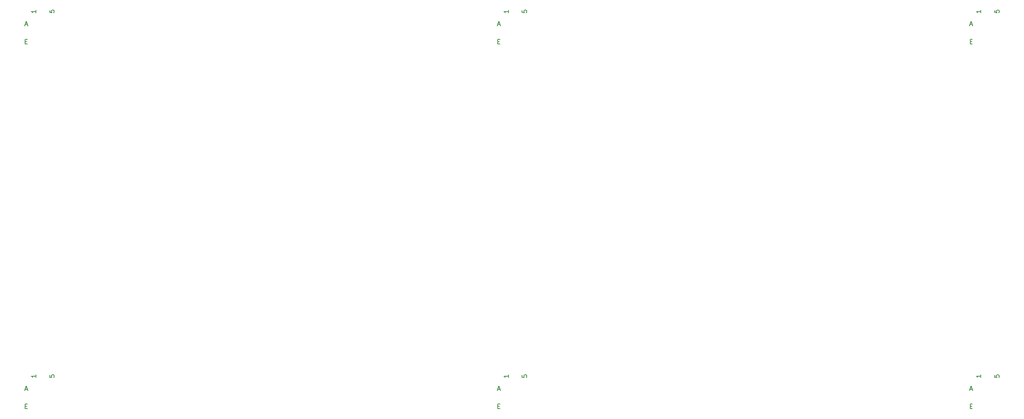
<source format=gbr>
%TF.GenerationSoftware,KiCad,Pcbnew,7.0.5*%
%TF.CreationDate,2023-09-05T09:46:38+01:00*%
%TF.ProjectId,PANELTEST141,50414e45-4c54-4455-9354-3134312e6b69,00.00*%
%TF.SameCoordinates,PX27b9fb5PYc4a79ca*%
%TF.FileFunction,Legend,Bot*%
%TF.FilePolarity,Positive*%
%FSLAX46Y46*%
G04 Gerber Fmt 4.6, Leading zero omitted, Abs format (unit mm)*
G04 Created by KiCad (PCBNEW 7.0.5) date 2023-09-05 09:46:38*
%MOMM*%
%LPD*%
G01*
G04 APERTURE LIST*
%ADD10C,0.150000*%
%ADD11C,0.100000*%
%ADD12C,3.580000*%
%ADD13C,3.605000*%
%ADD14C,2.905000*%
%ADD15C,1.200000*%
%ADD16O,2.400000X4.100000*%
%ADD17C,1.000000*%
%ADD18C,0.650000*%
%ADD19O,0.800000X1.600000*%
%ADD20C,3.000000*%
%ADD21O,1.200000X0.900000*%
%ADD22O,1.600000X0.800000*%
%ADD23C,1.498600*%
%ADD24C,1.524000*%
%ADD25R,0.150000X0.200000*%
%ADD26R,0.762000X0.914400*%
G04 APERTURE END LIST*
D10*
%TO.C,IC2*%
X261206308Y87191439D02*
X261206308Y86715249D01*
X261206308Y86715249D02*
X261682498Y86667630D01*
X261682498Y86667630D02*
X261634879Y86715249D01*
X261634879Y86715249D02*
X261587260Y86810487D01*
X261587260Y86810487D02*
X261587260Y87048582D01*
X261587260Y87048582D02*
X261634879Y87143820D01*
X261634879Y87143820D02*
X261682498Y87191439D01*
X261682498Y87191439D02*
X261777736Y87239058D01*
X261777736Y87239058D02*
X262015831Y87239058D01*
X262015831Y87239058D02*
X262111069Y87191439D01*
X262111069Y87191439D02*
X262158689Y87143820D01*
X262158689Y87143820D02*
X262206308Y87048582D01*
X262206308Y87048582D02*
X262206308Y86810487D01*
X262206308Y86810487D02*
X262158689Y86715249D01*
X262158689Y86715249D02*
X262111069Y86667630D01*
X255854207Y80336038D02*
X256187540Y80336038D01*
X256330397Y79812228D02*
X255854207Y79812228D01*
X255854207Y79812228D02*
X255854207Y80812228D01*
X255854207Y80812228D02*
X256330397Y80812228D01*
X255830398Y84097935D02*
X256306588Y84097935D01*
X255735160Y83812220D02*
X256068493Y84812220D01*
X256068493Y84812220D02*
X256401826Y83812220D01*
X258206316Y87239058D02*
X258206316Y86667630D01*
X258206316Y86953344D02*
X257206316Y86953344D01*
X257206316Y86953344D02*
X257349173Y86858106D01*
X257349173Y86858106D02*
X257444411Y86762868D01*
X257444411Y86762868D02*
X257492030Y86667630D01*
X54006308Y87191439D02*
X54006308Y86715249D01*
X54006308Y86715249D02*
X54482498Y86667630D01*
X54482498Y86667630D02*
X54434879Y86715249D01*
X54434879Y86715249D02*
X54387260Y86810487D01*
X54387260Y86810487D02*
X54387260Y87048582D01*
X54387260Y87048582D02*
X54434879Y87143820D01*
X54434879Y87143820D02*
X54482498Y87191439D01*
X54482498Y87191439D02*
X54577736Y87239058D01*
X54577736Y87239058D02*
X54815831Y87239058D01*
X54815831Y87239058D02*
X54911069Y87191439D01*
X54911069Y87191439D02*
X54958689Y87143820D01*
X54958689Y87143820D02*
X55006308Y87048582D01*
X55006308Y87048582D02*
X55006308Y86810487D01*
X55006308Y86810487D02*
X54958689Y86715249D01*
X54958689Y86715249D02*
X54911069Y86667630D01*
X48654207Y80336038D02*
X48987540Y80336038D01*
X49130397Y79812228D02*
X48654207Y79812228D01*
X48654207Y79812228D02*
X48654207Y80812228D01*
X48654207Y80812228D02*
X49130397Y80812228D01*
X48630398Y84097935D02*
X49106588Y84097935D01*
X48535160Y83812220D02*
X48868493Y84812220D01*
X48868493Y84812220D02*
X49201826Y83812220D01*
X51006316Y87239058D02*
X51006316Y86667630D01*
X51006316Y86953344D02*
X50006316Y86953344D01*
X50006316Y86953344D02*
X50149173Y86858106D01*
X50149173Y86858106D02*
X50244411Y86762868D01*
X50244411Y86762868D02*
X50292030Y86667630D01*
X54006308Y167311439D02*
X54006308Y166835249D01*
X54006308Y166835249D02*
X54482498Y166787630D01*
X54482498Y166787630D02*
X54434879Y166835249D01*
X54434879Y166835249D02*
X54387260Y166930487D01*
X54387260Y166930487D02*
X54387260Y167168582D01*
X54387260Y167168582D02*
X54434879Y167263820D01*
X54434879Y167263820D02*
X54482498Y167311439D01*
X54482498Y167311439D02*
X54577736Y167359058D01*
X54577736Y167359058D02*
X54815831Y167359058D01*
X54815831Y167359058D02*
X54911069Y167311439D01*
X54911069Y167311439D02*
X54958689Y167263820D01*
X54958689Y167263820D02*
X55006308Y167168582D01*
X55006308Y167168582D02*
X55006308Y166930487D01*
X55006308Y166930487D02*
X54958689Y166835249D01*
X54958689Y166835249D02*
X54911069Y166787630D01*
X48654207Y160456038D02*
X48987540Y160456038D01*
X49130397Y159932228D02*
X48654207Y159932228D01*
X48654207Y159932228D02*
X48654207Y160932228D01*
X48654207Y160932228D02*
X49130397Y160932228D01*
X48630398Y164217935D02*
X49106588Y164217935D01*
X48535160Y163932220D02*
X48868493Y164932220D01*
X48868493Y164932220D02*
X49201826Y163932220D01*
X51006316Y167359058D02*
X51006316Y166787630D01*
X51006316Y167073344D02*
X50006316Y167073344D01*
X50006316Y167073344D02*
X50149173Y166978106D01*
X50149173Y166978106D02*
X50244411Y166882868D01*
X50244411Y166882868D02*
X50292030Y166787630D01*
X157606308Y87191439D02*
X157606308Y86715249D01*
X157606308Y86715249D02*
X158082498Y86667630D01*
X158082498Y86667630D02*
X158034879Y86715249D01*
X158034879Y86715249D02*
X157987260Y86810487D01*
X157987260Y86810487D02*
X157987260Y87048582D01*
X157987260Y87048582D02*
X158034879Y87143820D01*
X158034879Y87143820D02*
X158082498Y87191439D01*
X158082498Y87191439D02*
X158177736Y87239058D01*
X158177736Y87239058D02*
X158415831Y87239058D01*
X158415831Y87239058D02*
X158511069Y87191439D01*
X158511069Y87191439D02*
X158558689Y87143820D01*
X158558689Y87143820D02*
X158606308Y87048582D01*
X158606308Y87048582D02*
X158606308Y86810487D01*
X158606308Y86810487D02*
X158558689Y86715249D01*
X158558689Y86715249D02*
X158511069Y86667630D01*
X152254207Y80336038D02*
X152587540Y80336038D01*
X152730397Y79812228D02*
X152254207Y79812228D01*
X152254207Y79812228D02*
X152254207Y80812228D01*
X152254207Y80812228D02*
X152730397Y80812228D01*
X152230398Y84097935D02*
X152706588Y84097935D01*
X152135160Y83812220D02*
X152468493Y84812220D01*
X152468493Y84812220D02*
X152801826Y83812220D01*
X154606316Y87239058D02*
X154606316Y86667630D01*
X154606316Y86953344D02*
X153606316Y86953344D01*
X153606316Y86953344D02*
X153749173Y86858106D01*
X153749173Y86858106D02*
X153844411Y86762868D01*
X153844411Y86762868D02*
X153892030Y86667630D01*
X157606308Y167311439D02*
X157606308Y166835249D01*
X157606308Y166835249D02*
X158082498Y166787630D01*
X158082498Y166787630D02*
X158034879Y166835249D01*
X158034879Y166835249D02*
X157987260Y166930487D01*
X157987260Y166930487D02*
X157987260Y167168582D01*
X157987260Y167168582D02*
X158034879Y167263820D01*
X158034879Y167263820D02*
X158082498Y167311439D01*
X158082498Y167311439D02*
X158177736Y167359058D01*
X158177736Y167359058D02*
X158415831Y167359058D01*
X158415831Y167359058D02*
X158511069Y167311439D01*
X158511069Y167311439D02*
X158558689Y167263820D01*
X158558689Y167263820D02*
X158606308Y167168582D01*
X158606308Y167168582D02*
X158606308Y166930487D01*
X158606308Y166930487D02*
X158558689Y166835249D01*
X158558689Y166835249D02*
X158511069Y166787630D01*
X152254207Y160456038D02*
X152587540Y160456038D01*
X152730397Y159932228D02*
X152254207Y159932228D01*
X152254207Y159932228D02*
X152254207Y160932228D01*
X152254207Y160932228D02*
X152730397Y160932228D01*
X152230398Y164217935D02*
X152706588Y164217935D01*
X152135160Y163932220D02*
X152468493Y164932220D01*
X152468493Y164932220D02*
X152801826Y163932220D01*
X154606316Y167359058D02*
X154606316Y166787630D01*
X154606316Y167073344D02*
X153606316Y167073344D01*
X153606316Y167073344D02*
X153749173Y166978106D01*
X153749173Y166978106D02*
X153844411Y166882868D01*
X153844411Y166882868D02*
X153892030Y166787630D01*
X261206308Y167311439D02*
X261206308Y166835249D01*
X261206308Y166835249D02*
X261682498Y166787630D01*
X261682498Y166787630D02*
X261634879Y166835249D01*
X261634879Y166835249D02*
X261587260Y166930487D01*
X261587260Y166930487D02*
X261587260Y167168582D01*
X261587260Y167168582D02*
X261634879Y167263820D01*
X261634879Y167263820D02*
X261682498Y167311439D01*
X261682498Y167311439D02*
X261777736Y167359058D01*
X261777736Y167359058D02*
X262015831Y167359058D01*
X262015831Y167359058D02*
X262111069Y167311439D01*
X262111069Y167311439D02*
X262158689Y167263820D01*
X262158689Y167263820D02*
X262206308Y167168582D01*
X262206308Y167168582D02*
X262206308Y166930487D01*
X262206308Y166930487D02*
X262158689Y166835249D01*
X262158689Y166835249D02*
X262111069Y166787630D01*
X255854207Y160456038D02*
X256187540Y160456038D01*
X256330397Y159932228D02*
X255854207Y159932228D01*
X255854207Y159932228D02*
X255854207Y160932228D01*
X255854207Y160932228D02*
X256330397Y160932228D01*
X255830398Y164217935D02*
X256306588Y164217935D01*
X255735160Y163932220D02*
X256068493Y164932220D01*
X256068493Y164932220D02*
X256401826Y163932220D01*
X258206316Y167359058D02*
X258206316Y166787630D01*
X258206316Y167073344D02*
X257206316Y167073344D01*
X257206316Y167073344D02*
X257349173Y166978106D01*
X257349173Y166978106D02*
X257444411Y166882868D01*
X257444411Y166882868D02*
X257492030Y166787630D01*
%TD*%
%LPC*%
G36*
X212869871Y145460377D02*
G01*
X216809871Y145460377D01*
X216809871Y143800377D01*
X212869871Y143800377D01*
X212869871Y145460377D01*
G37*
G36*
X314319871Y31520377D02*
G01*
X320479871Y31520377D01*
X320479871Y28960377D01*
X314319871Y28960377D01*
X314319871Y31520377D01*
G37*
G36*
X109269871Y145460377D02*
G01*
X113209871Y145460377D01*
X113209871Y143800377D01*
X109269871Y143800377D01*
X109269871Y145460377D01*
G37*
G36*
X109269871Y77240377D02*
G01*
X113209871Y77240377D01*
X113209871Y75580377D01*
X109269871Y75580377D01*
X109269871Y77240377D01*
G37*
G36*
X107119871Y56420377D02*
G01*
X113279871Y56420377D01*
X113279871Y51260377D01*
X107119871Y51260377D01*
X107119871Y56420377D01*
G37*
G36*
X212879871Y154360377D02*
G01*
X216819871Y154360377D01*
X216819871Y152700377D01*
X212879871Y152700377D01*
X212879871Y154360377D01*
G37*
G36*
X107119871Y111640377D02*
G01*
X113279871Y111640377D01*
X113279871Y109080377D01*
X107119871Y109080377D01*
X107119871Y111640377D01*
G37*
G36*
X316469871Y145460377D02*
G01*
X320409871Y145460377D01*
X320409871Y143800377D01*
X316469871Y143800377D01*
X316469871Y145460377D01*
G37*
G36*
X107119871Y31520377D02*
G01*
X113279871Y31520377D01*
X113279871Y28960377D01*
X107119871Y28960377D01*
X107119871Y31520377D01*
G37*
G36*
X212879871Y71240377D02*
G01*
X216819871Y71240377D01*
X216819871Y69580377D01*
X212879871Y69580377D01*
X212879871Y71240377D01*
G37*
G36*
X212869871Y65340377D02*
G01*
X216809871Y65340377D01*
X216809871Y63680377D01*
X212869871Y63680377D01*
X212869871Y65340377D01*
G37*
G36*
X314319871Y136540377D02*
G01*
X320479871Y136540377D01*
X320479871Y131380377D01*
X314319871Y131380377D01*
X314319871Y136540377D01*
G37*
G36*
X314319871Y56420377D02*
G01*
X320479871Y56420377D01*
X320479871Y51260377D01*
X314319871Y51260377D01*
X314319871Y56420377D01*
G37*
G36*
X316479871Y71240377D02*
G01*
X320419871Y71240377D01*
X320419871Y69580377D01*
X316479871Y69580377D01*
X316479871Y71240377D01*
G37*
G36*
X210769871Y44940377D02*
G01*
X216929871Y44940377D01*
X216929871Y39780377D01*
X210769871Y39780377D01*
X210769871Y44940377D01*
G37*
G36*
X212869871Y77240377D02*
G01*
X216809871Y77240377D01*
X216809871Y75580377D01*
X212869871Y75580377D01*
X212869871Y77240377D01*
G37*
G36*
X212869871Y157360377D02*
G01*
X216809871Y157360377D01*
X216809871Y155700377D01*
X212869871Y155700377D01*
X212869871Y157360377D01*
G37*
G36*
X109279871Y74240377D02*
G01*
X113219871Y74240377D01*
X113219871Y72580377D01*
X109279871Y72580377D01*
X109279871Y74240377D01*
G37*
G36*
X210719871Y56420377D02*
G01*
X216879871Y56420377D01*
X216879871Y51260377D01*
X210719871Y51260377D01*
X210719871Y56420377D01*
G37*
G36*
X210719871Y136540377D02*
G01*
X216879871Y136540377D01*
X216879871Y131380377D01*
X210719871Y131380377D01*
X210719871Y136540377D01*
G37*
G36*
X107169871Y44940377D02*
G01*
X113329871Y44940377D01*
X113329871Y39780377D01*
X107169871Y39780377D01*
X107169871Y44940377D01*
G37*
G36*
X316469871Y77240377D02*
G01*
X320409871Y77240377D01*
X320409871Y75580377D01*
X316469871Y75580377D01*
X316469871Y77240377D01*
G37*
G36*
X314369871Y44940377D02*
G01*
X320529871Y44940377D01*
X320529871Y39780377D01*
X314369871Y39780377D01*
X314369871Y44940377D01*
G37*
G36*
X314319871Y111640377D02*
G01*
X320479871Y111640377D01*
X320479871Y109080377D01*
X314319871Y109080377D01*
X314319871Y111640377D01*
G37*
G36*
X212879871Y151360377D02*
G01*
X216819871Y151360377D01*
X216819871Y149700377D01*
X212879871Y149700377D01*
X212879871Y151360377D01*
G37*
G36*
X109279871Y71240377D02*
G01*
X113219871Y71240377D01*
X113219871Y69580377D01*
X109279871Y69580377D01*
X109279871Y71240377D01*
G37*
G36*
X316469871Y65340377D02*
G01*
X320409871Y65340377D01*
X320409871Y63680377D01*
X316469871Y63680377D01*
X316469871Y65340377D01*
G37*
G36*
X314369871Y125060377D02*
G01*
X320529871Y125060377D01*
X320529871Y119900377D01*
X314369871Y119900377D01*
X314369871Y125060377D01*
G37*
G36*
X109279871Y68240377D02*
G01*
X113219871Y68240377D01*
X113219871Y66580377D01*
X109279871Y66580377D01*
X109279871Y68240377D01*
G37*
G36*
X316479871Y74240377D02*
G01*
X320419871Y74240377D01*
X320419871Y72580377D01*
X316479871Y72580377D01*
X316479871Y74240377D01*
G37*
G36*
X107169871Y125060377D02*
G01*
X113329871Y125060377D01*
X113329871Y119900377D01*
X107169871Y119900377D01*
X107169871Y125060377D01*
G37*
G36*
X109269871Y157360377D02*
G01*
X113209871Y157360377D01*
X113209871Y155700377D01*
X109269871Y155700377D01*
X109269871Y157360377D01*
G37*
G36*
X109269871Y65340377D02*
G01*
X113209871Y65340377D01*
X113209871Y63680377D01*
X109269871Y63680377D01*
X109269871Y65340377D01*
G37*
G36*
X316469871Y157360377D02*
G01*
X320409871Y157360377D01*
X320409871Y155700377D01*
X316469871Y155700377D01*
X316469871Y157360377D01*
G37*
G36*
X109279871Y148360377D02*
G01*
X113219871Y148360377D01*
X113219871Y146700377D01*
X109279871Y146700377D01*
X109279871Y148360377D01*
G37*
G36*
X212879871Y68240377D02*
G01*
X216819871Y68240377D01*
X216819871Y66580377D01*
X212879871Y66580377D01*
X212879871Y68240377D01*
G37*
G36*
X212879871Y74240377D02*
G01*
X216819871Y74240377D01*
X216819871Y72580377D01*
X212879871Y72580377D01*
X212879871Y74240377D01*
G37*
G36*
X316479871Y151360377D02*
G01*
X320419871Y151360377D01*
X320419871Y149700377D01*
X316479871Y149700377D01*
X316479871Y151360377D01*
G37*
G36*
X316479871Y148360377D02*
G01*
X320419871Y148360377D01*
X320419871Y146700377D01*
X316479871Y146700377D01*
X316479871Y148360377D01*
G37*
G36*
X210719871Y31520377D02*
G01*
X216879871Y31520377D01*
X216879871Y28960377D01*
X210719871Y28960377D01*
X210719871Y31520377D01*
G37*
G36*
X109279871Y151360377D02*
G01*
X113219871Y151360377D01*
X113219871Y149700377D01*
X109279871Y149700377D01*
X109279871Y151360377D01*
G37*
G36*
X316479871Y68240377D02*
G01*
X320419871Y68240377D01*
X320419871Y66580377D01*
X316479871Y66580377D01*
X316479871Y68240377D01*
G37*
G36*
X316479871Y154360377D02*
G01*
X320419871Y154360377D01*
X320419871Y152700377D01*
X316479871Y152700377D01*
X316479871Y154360377D01*
G37*
G36*
X210769871Y125060377D02*
G01*
X216929871Y125060377D01*
X216929871Y119900377D01*
X210769871Y119900377D01*
X210769871Y125060377D01*
G37*
G36*
X109279871Y154360377D02*
G01*
X113219871Y154360377D01*
X113219871Y152700377D01*
X109279871Y152700377D01*
X109279871Y154360377D01*
G37*
G36*
X210719871Y111640377D02*
G01*
X216879871Y111640377D01*
X216879871Y109080377D01*
X210719871Y109080377D01*
X210719871Y111640377D01*
G37*
G36*
X107119871Y136540377D02*
G01*
X113279871Y136540377D01*
X113279871Y131380377D01*
X107119871Y131380377D01*
X107119871Y136540377D01*
G37*
G36*
X212879871Y148360377D02*
G01*
X216819871Y148360377D01*
X216819871Y146700377D01*
X212879871Y146700377D01*
X212879871Y148360377D01*
G37*
D11*
%TO.C,TAB1*%
X77109889Y65400377D02*
X84039889Y65400377D01*
X84039889Y65400377D02*
X84039889Y62890377D01*
X84039889Y62890377D02*
X77109889Y62890377D01*
X77109889Y62890377D02*
X77109889Y65400377D01*
G36*
X77109889Y65400377D02*
G01*
X84039889Y65400377D01*
X84039889Y62890377D01*
X77109889Y62890377D01*
X77109889Y65400377D01*
G37*
X77119889Y77890377D02*
X84039889Y77890377D01*
X84039889Y77890377D02*
X84039889Y75490377D01*
X84039889Y75490377D02*
X77119889Y75490377D01*
X77119889Y75490377D02*
X77119889Y77890377D01*
G36*
X77119889Y77890377D02*
G01*
X84039889Y77890377D01*
X84039889Y75490377D01*
X77119889Y75490377D01*
X77119889Y77890377D01*
G37*
X77119889Y74290377D02*
X84039889Y74290377D01*
X84039889Y74290377D02*
X84039889Y72490377D01*
X84039889Y72490377D02*
X77119889Y72490377D01*
X77119889Y72490377D02*
X77119889Y74290377D01*
G36*
X77119889Y74290377D02*
G01*
X84039889Y74290377D01*
X84039889Y72490377D01*
X77119889Y72490377D01*
X77119889Y74290377D01*
G37*
X77119889Y71290377D02*
X84039889Y71290377D01*
X84039889Y71290377D02*
X84039889Y69490377D01*
X84039889Y69490377D02*
X77119889Y69490377D01*
X77119889Y69490377D02*
X77119889Y71290377D01*
G36*
X77119889Y71290377D02*
G01*
X84039889Y71290377D01*
X84039889Y69490377D01*
X77119889Y69490377D01*
X77119889Y71290377D01*
G37*
X83979889Y68220377D02*
X77179889Y68220377D01*
X77179889Y68220377D02*
X77179889Y66560377D01*
X77179889Y66560377D02*
X83979889Y66560377D01*
X83979889Y66560377D02*
X83979889Y68220377D01*
G36*
X83979889Y68220377D02*
G01*
X77179889Y68220377D01*
X77179889Y66560377D01*
X83979889Y66560377D01*
X83979889Y68220377D01*
G37*
%TO.C,TAB2*%
X180649889Y134862877D02*
X187709889Y134862877D01*
X187709889Y134862877D02*
X187709889Y133082877D01*
X187709889Y133082877D02*
X180649889Y133082877D01*
X180649889Y133082877D02*
X180649889Y134862877D01*
G36*
X180649889Y134862877D02*
G01*
X187709889Y134862877D01*
X187709889Y133082877D01*
X180649889Y133082877D01*
X180649889Y134862877D01*
G37*
D12*
X185969889Y134862877D02*
G75*
G03*
X185969889Y134862877I-1790000J0D01*
G01*
D13*
X185982389Y133082877D02*
G75*
G03*
X185982389Y133082877I-1802500J0D01*
G01*
D10*
%TO.C,TAB4*%
X287249889Y33070377D02*
X288309889Y33070377D01*
X288309889Y33070377D02*
X288309889Y27410377D01*
X288309889Y27410377D02*
X287249889Y27410377D01*
X287249889Y27410377D02*
X287249889Y33070377D01*
G36*
X287249889Y33070377D02*
G01*
X288309889Y33070377D01*
X288309889Y27410377D01*
X287249889Y27410377D01*
X287249889Y33070377D01*
G37*
D14*
X288702389Y30240377D02*
G75*
G03*
X288702389Y30240377I-1452500J0D01*
G01*
X289762389Y30240377D02*
G75*
G03*
X289762389Y30240377I-1452500J0D01*
G01*
D11*
%TO.C,TAB3*%
X77049889Y123392877D02*
X84109889Y123392877D01*
X84109889Y123392877D02*
X84109889Y121612877D01*
X84109889Y121612877D02*
X77049889Y121612877D01*
X77049889Y121612877D02*
X77049889Y123392877D01*
G36*
X77049889Y123392877D02*
G01*
X84109889Y123392877D01*
X84109889Y121612877D01*
X77049889Y121612877D01*
X77049889Y123392877D01*
G37*
D12*
X82369889Y123392877D02*
G75*
G03*
X82369889Y123392877I-1790000J0D01*
G01*
D13*
X82382389Y121612877D02*
G75*
G03*
X82382389Y121612877I-1802500J0D01*
G01*
D10*
%TO.C,TAB4*%
X80049889Y113190377D02*
X81109889Y113190377D01*
X81109889Y113190377D02*
X81109889Y107530377D01*
X81109889Y107530377D02*
X80049889Y107530377D01*
X80049889Y107530377D02*
X80049889Y113190377D01*
G36*
X80049889Y113190377D02*
G01*
X81109889Y113190377D01*
X81109889Y107530377D01*
X80049889Y107530377D01*
X80049889Y113190377D01*
G37*
D14*
X81502389Y110360377D02*
G75*
G03*
X81502389Y110360377I-1452500J0D01*
G01*
X82562389Y110360377D02*
G75*
G03*
X82562389Y110360377I-1452500J0D01*
G01*
D11*
%TO.C,TAB3*%
X77049889Y43272877D02*
X84109889Y43272877D01*
X84109889Y43272877D02*
X84109889Y41492877D01*
X84109889Y41492877D02*
X77049889Y41492877D01*
X77049889Y41492877D02*
X77049889Y43272877D01*
G36*
X77049889Y43272877D02*
G01*
X84109889Y43272877D01*
X84109889Y41492877D01*
X77049889Y41492877D01*
X77049889Y43272877D01*
G37*
D12*
X82369889Y43272877D02*
G75*
G03*
X82369889Y43272877I-1790000J0D01*
G01*
D13*
X82382389Y41492877D02*
G75*
G03*
X82382389Y41492877I-1802500J0D01*
G01*
D10*
%TO.C,TAB4*%
X183649889Y33070377D02*
X184709889Y33070377D01*
X184709889Y33070377D02*
X184709889Y27410377D01*
X184709889Y27410377D02*
X183649889Y27410377D01*
X183649889Y27410377D02*
X183649889Y33070377D01*
G36*
X183649889Y33070377D02*
G01*
X184709889Y33070377D01*
X184709889Y27410377D01*
X183649889Y27410377D01*
X183649889Y33070377D01*
G37*
D14*
X185102389Y30240377D02*
G75*
G03*
X185102389Y30240377I-1452500J0D01*
G01*
X186162389Y30240377D02*
G75*
G03*
X186162389Y30240377I-1452500J0D01*
G01*
D11*
%TO.C,TAB3*%
X180649889Y43272877D02*
X187709889Y43272877D01*
X187709889Y43272877D02*
X187709889Y41492877D01*
X187709889Y41492877D02*
X180649889Y41492877D01*
X180649889Y41492877D02*
X180649889Y43272877D01*
G36*
X180649889Y43272877D02*
G01*
X187709889Y43272877D01*
X187709889Y41492877D01*
X180649889Y41492877D01*
X180649889Y43272877D01*
G37*
D12*
X185969889Y43272877D02*
G75*
G03*
X185969889Y43272877I-1790000J0D01*
G01*
D13*
X185982389Y41492877D02*
G75*
G03*
X185982389Y41492877I-1802500J0D01*
G01*
D11*
%TO.C,TAB2*%
X180649889Y54742877D02*
X187709889Y54742877D01*
X187709889Y54742877D02*
X187709889Y52962877D01*
X187709889Y52962877D02*
X180649889Y52962877D01*
X180649889Y52962877D02*
X180649889Y54742877D01*
G36*
X180649889Y54742877D02*
G01*
X187709889Y54742877D01*
X187709889Y52962877D01*
X180649889Y52962877D01*
X180649889Y54742877D01*
G37*
D12*
X185969889Y54742877D02*
G75*
G03*
X185969889Y54742877I-1790000J0D01*
G01*
D13*
X185982389Y52962877D02*
G75*
G03*
X185982389Y52962877I-1802500J0D01*
G01*
%TO.C,REF\u002A\u002A*%
D15*
X16599871Y181230377D02*
G75*
G03*
X16599871Y181230377I-600000J0D01*
G01*
X322399871Y181230377D02*
G75*
G03*
X322399871Y181230377I-600000J0D01*
G01*
D11*
%TO.C,TAB3*%
X180649889Y123392877D02*
X187709889Y123392877D01*
X187709889Y123392877D02*
X187709889Y121612877D01*
X187709889Y121612877D02*
X180649889Y121612877D01*
X180649889Y121612877D02*
X180649889Y123392877D01*
G36*
X180649889Y123392877D02*
G01*
X187709889Y123392877D01*
X187709889Y121612877D01*
X180649889Y121612877D01*
X180649889Y123392877D01*
G37*
D12*
X185969889Y123392877D02*
G75*
G03*
X185969889Y123392877I-1790000J0D01*
G01*
D13*
X185982389Y121612877D02*
G75*
G03*
X185982389Y121612877I-1802500J0D01*
G01*
D11*
%TO.C,TAB2*%
X284249889Y134862877D02*
X291309889Y134862877D01*
X291309889Y134862877D02*
X291309889Y133082877D01*
X291309889Y133082877D02*
X284249889Y133082877D01*
X284249889Y133082877D02*
X284249889Y134862877D01*
G36*
X284249889Y134862877D02*
G01*
X291309889Y134862877D01*
X291309889Y133082877D01*
X284249889Y133082877D01*
X284249889Y134862877D01*
G37*
D12*
X289569889Y134862877D02*
G75*
G03*
X289569889Y134862877I-1790000J0D01*
G01*
D13*
X289582389Y133082877D02*
G75*
G03*
X289582389Y133082877I-1802500J0D01*
G01*
D11*
X284249889Y54742877D02*
X291309889Y54742877D01*
X291309889Y54742877D02*
X291309889Y52962877D01*
X291309889Y52962877D02*
X284249889Y52962877D01*
X284249889Y52962877D02*
X284249889Y54742877D01*
G36*
X284249889Y54742877D02*
G01*
X291309889Y54742877D01*
X291309889Y52962877D01*
X284249889Y52962877D01*
X284249889Y54742877D01*
G37*
D12*
X289569889Y54742877D02*
G75*
G03*
X289569889Y54742877I-1790000J0D01*
G01*
D13*
X289582389Y52962877D02*
G75*
G03*
X289582389Y52962877I-1802500J0D01*
G01*
D10*
%TO.C,TAB4*%
X183649889Y113190377D02*
X184709889Y113190377D01*
X184709889Y113190377D02*
X184709889Y107530377D01*
X184709889Y107530377D02*
X183649889Y107530377D01*
X183649889Y107530377D02*
X183649889Y113190377D01*
G36*
X183649889Y113190377D02*
G01*
X184709889Y113190377D01*
X184709889Y107530377D01*
X183649889Y107530377D01*
X183649889Y113190377D01*
G37*
D14*
X185102389Y110360377D02*
G75*
G03*
X185102389Y110360377I-1452500J0D01*
G01*
X186162389Y110360377D02*
G75*
G03*
X186162389Y110360377I-1452500J0D01*
G01*
D11*
%TO.C,TAB2*%
X77049889Y54742877D02*
X84109889Y54742877D01*
X84109889Y54742877D02*
X84109889Y52962877D01*
X84109889Y52962877D02*
X77049889Y52962877D01*
X77049889Y52962877D02*
X77049889Y54742877D01*
G36*
X77049889Y54742877D02*
G01*
X84109889Y54742877D01*
X84109889Y52962877D01*
X77049889Y52962877D01*
X77049889Y54742877D01*
G37*
D12*
X82369889Y54742877D02*
G75*
G03*
X82369889Y54742877I-1790000J0D01*
G01*
D13*
X82382389Y52962877D02*
G75*
G03*
X82382389Y52962877I-1802500J0D01*
G01*
D11*
%TO.C,TAB1*%
X284309889Y65400377D02*
X291239889Y65400377D01*
X291239889Y65400377D02*
X291239889Y62890377D01*
X291239889Y62890377D02*
X284309889Y62890377D01*
X284309889Y62890377D02*
X284309889Y65400377D01*
G36*
X284309889Y65400377D02*
G01*
X291239889Y65400377D01*
X291239889Y62890377D01*
X284309889Y62890377D01*
X284309889Y65400377D01*
G37*
X284319889Y77890377D02*
X291239889Y77890377D01*
X291239889Y77890377D02*
X291239889Y75490377D01*
X291239889Y75490377D02*
X284319889Y75490377D01*
X284319889Y75490377D02*
X284319889Y77890377D01*
G36*
X284319889Y77890377D02*
G01*
X291239889Y77890377D01*
X291239889Y75490377D01*
X284319889Y75490377D01*
X284319889Y77890377D01*
G37*
X284319889Y74290377D02*
X291239889Y74290377D01*
X291239889Y74290377D02*
X291239889Y72490377D01*
X291239889Y72490377D02*
X284319889Y72490377D01*
X284319889Y72490377D02*
X284319889Y74290377D01*
G36*
X284319889Y74290377D02*
G01*
X291239889Y74290377D01*
X291239889Y72490377D01*
X284319889Y72490377D01*
X284319889Y74290377D01*
G37*
X284319889Y71290377D02*
X291239889Y71290377D01*
X291239889Y71290377D02*
X291239889Y69490377D01*
X291239889Y69490377D02*
X284319889Y69490377D01*
X284319889Y69490377D02*
X284319889Y71290377D01*
G36*
X284319889Y71290377D02*
G01*
X291239889Y71290377D01*
X291239889Y69490377D01*
X284319889Y69490377D01*
X284319889Y71290377D01*
G37*
X291179889Y68220377D02*
X284379889Y68220377D01*
X284379889Y68220377D02*
X284379889Y66560377D01*
X284379889Y66560377D02*
X291179889Y66560377D01*
X291179889Y66560377D02*
X291179889Y68220377D01*
G36*
X291179889Y68220377D02*
G01*
X284379889Y68220377D01*
X284379889Y66560377D01*
X291179889Y66560377D01*
X291179889Y68220377D01*
G37*
X180709889Y65400377D02*
X187639889Y65400377D01*
X187639889Y65400377D02*
X187639889Y62890377D01*
X187639889Y62890377D02*
X180709889Y62890377D01*
X180709889Y62890377D02*
X180709889Y65400377D01*
G36*
X180709889Y65400377D02*
G01*
X187639889Y65400377D01*
X187639889Y62890377D01*
X180709889Y62890377D01*
X180709889Y65400377D01*
G37*
X180719889Y77890377D02*
X187639889Y77890377D01*
X187639889Y77890377D02*
X187639889Y75490377D01*
X187639889Y75490377D02*
X180719889Y75490377D01*
X180719889Y75490377D02*
X180719889Y77890377D01*
G36*
X180719889Y77890377D02*
G01*
X187639889Y77890377D01*
X187639889Y75490377D01*
X180719889Y75490377D01*
X180719889Y77890377D01*
G37*
X180719889Y74290377D02*
X187639889Y74290377D01*
X187639889Y74290377D02*
X187639889Y72490377D01*
X187639889Y72490377D02*
X180719889Y72490377D01*
X180719889Y72490377D02*
X180719889Y74290377D01*
G36*
X180719889Y74290377D02*
G01*
X187639889Y74290377D01*
X187639889Y72490377D01*
X180719889Y72490377D01*
X180719889Y74290377D01*
G37*
X180719889Y71290377D02*
X187639889Y71290377D01*
X187639889Y71290377D02*
X187639889Y69490377D01*
X187639889Y69490377D02*
X180719889Y69490377D01*
X180719889Y69490377D02*
X180719889Y71290377D01*
G36*
X180719889Y71290377D02*
G01*
X187639889Y71290377D01*
X187639889Y69490377D01*
X180719889Y69490377D01*
X180719889Y71290377D01*
G37*
X187579889Y68220377D02*
X180779889Y68220377D01*
X180779889Y68220377D02*
X180779889Y66560377D01*
X180779889Y66560377D02*
X187579889Y66560377D01*
X187579889Y66560377D02*
X187579889Y68220377D01*
G36*
X187579889Y68220377D02*
G01*
X180779889Y68220377D01*
X180779889Y66560377D01*
X187579889Y66560377D01*
X187579889Y68220377D01*
G37*
%TO.C,TAB2*%
X77049889Y134862877D02*
X84109889Y134862877D01*
X84109889Y134862877D02*
X84109889Y133082877D01*
X84109889Y133082877D02*
X77049889Y133082877D01*
X77049889Y133082877D02*
X77049889Y134862877D01*
G36*
X77049889Y134862877D02*
G01*
X84109889Y134862877D01*
X84109889Y133082877D01*
X77049889Y133082877D01*
X77049889Y134862877D01*
G37*
D12*
X82369889Y134862877D02*
G75*
G03*
X82369889Y134862877I-1790000J0D01*
G01*
D13*
X82382389Y133082877D02*
G75*
G03*
X82382389Y133082877I-1802500J0D01*
G01*
%TO.C,REF\u002A\u002A*%
D15*
X322399871Y5990377D02*
G75*
G03*
X322399871Y5990377I-600000J0D01*
G01*
D10*
%TO.C,TAB4*%
X287249889Y113190377D02*
X288309889Y113190377D01*
X288309889Y113190377D02*
X288309889Y107530377D01*
X288309889Y107530377D02*
X287249889Y107530377D01*
X287249889Y107530377D02*
X287249889Y113190377D01*
G36*
X287249889Y113190377D02*
G01*
X288309889Y113190377D01*
X288309889Y107530377D01*
X287249889Y107530377D01*
X287249889Y113190377D01*
G37*
D14*
X288702389Y110360377D02*
G75*
G03*
X288702389Y110360377I-1452500J0D01*
G01*
X289762389Y110360377D02*
G75*
G03*
X289762389Y110360377I-1452500J0D01*
G01*
D11*
%TO.C,TAB3*%
X284249889Y123392877D02*
X291309889Y123392877D01*
X291309889Y123392877D02*
X291309889Y121612877D01*
X291309889Y121612877D02*
X284249889Y121612877D01*
X284249889Y121612877D02*
X284249889Y123392877D01*
G36*
X284249889Y123392877D02*
G01*
X291309889Y123392877D01*
X291309889Y121612877D01*
X284249889Y121612877D01*
X284249889Y123392877D01*
G37*
D12*
X289569889Y123392877D02*
G75*
G03*
X289569889Y123392877I-1790000J0D01*
G01*
D13*
X289582389Y121612877D02*
G75*
G03*
X289582389Y121612877I-1802500J0D01*
G01*
D11*
%TO.C,TAB1*%
X180709889Y145520377D02*
X187639889Y145520377D01*
X187639889Y145520377D02*
X187639889Y143010377D01*
X187639889Y143010377D02*
X180709889Y143010377D01*
X180709889Y143010377D02*
X180709889Y145520377D01*
G36*
X180709889Y145520377D02*
G01*
X187639889Y145520377D01*
X187639889Y143010377D01*
X180709889Y143010377D01*
X180709889Y145520377D01*
G37*
X180719889Y158010377D02*
X187639889Y158010377D01*
X187639889Y158010377D02*
X187639889Y155610377D01*
X187639889Y155610377D02*
X180719889Y155610377D01*
X180719889Y155610377D02*
X180719889Y158010377D01*
G36*
X180719889Y158010377D02*
G01*
X187639889Y158010377D01*
X187639889Y155610377D01*
X180719889Y155610377D01*
X180719889Y158010377D01*
G37*
X180719889Y154410377D02*
X187639889Y154410377D01*
X187639889Y154410377D02*
X187639889Y152610377D01*
X187639889Y152610377D02*
X180719889Y152610377D01*
X180719889Y152610377D02*
X180719889Y154410377D01*
G36*
X180719889Y154410377D02*
G01*
X187639889Y154410377D01*
X187639889Y152610377D01*
X180719889Y152610377D01*
X180719889Y154410377D01*
G37*
X180719889Y151410377D02*
X187639889Y151410377D01*
X187639889Y151410377D02*
X187639889Y149610377D01*
X187639889Y149610377D02*
X180719889Y149610377D01*
X180719889Y149610377D02*
X180719889Y151410377D01*
G36*
X180719889Y151410377D02*
G01*
X187639889Y151410377D01*
X187639889Y149610377D01*
X180719889Y149610377D01*
X180719889Y151410377D01*
G37*
X187579889Y148340377D02*
X180779889Y148340377D01*
X180779889Y148340377D02*
X180779889Y146680377D01*
X180779889Y146680377D02*
X187579889Y146680377D01*
X187579889Y146680377D02*
X187579889Y148340377D01*
G36*
X187579889Y148340377D02*
G01*
X180779889Y148340377D01*
X180779889Y146680377D01*
X187579889Y146680377D01*
X187579889Y148340377D01*
G37*
D10*
%TO.C,TAB4*%
X80049889Y33070377D02*
X81109889Y33070377D01*
X81109889Y33070377D02*
X81109889Y27410377D01*
X81109889Y27410377D02*
X80049889Y27410377D01*
X80049889Y27410377D02*
X80049889Y33070377D01*
G36*
X80049889Y33070377D02*
G01*
X81109889Y33070377D01*
X81109889Y27410377D01*
X80049889Y27410377D01*
X80049889Y33070377D01*
G37*
D14*
X81502389Y30240377D02*
G75*
G03*
X81502389Y30240377I-1452500J0D01*
G01*
X82562389Y30240377D02*
G75*
G03*
X82562389Y30240377I-1452500J0D01*
G01*
%TO.C,REF\u002A\u002A*%
D15*
X16599871Y5990377D02*
G75*
G03*
X16599871Y5990377I-600000J0D01*
G01*
D11*
%TO.C,TAB1*%
X77109889Y145520377D02*
X84039889Y145520377D01*
X84039889Y145520377D02*
X84039889Y143010377D01*
X84039889Y143010377D02*
X77109889Y143010377D01*
X77109889Y143010377D02*
X77109889Y145520377D01*
G36*
X77109889Y145520377D02*
G01*
X84039889Y145520377D01*
X84039889Y143010377D01*
X77109889Y143010377D01*
X77109889Y145520377D01*
G37*
X77119889Y158010377D02*
X84039889Y158010377D01*
X84039889Y158010377D02*
X84039889Y155610377D01*
X84039889Y155610377D02*
X77119889Y155610377D01*
X77119889Y155610377D02*
X77119889Y158010377D01*
G36*
X77119889Y158010377D02*
G01*
X84039889Y158010377D01*
X84039889Y155610377D01*
X77119889Y155610377D01*
X77119889Y158010377D01*
G37*
X77119889Y154410377D02*
X84039889Y154410377D01*
X84039889Y154410377D02*
X84039889Y152610377D01*
X84039889Y152610377D02*
X77119889Y152610377D01*
X77119889Y152610377D02*
X77119889Y154410377D01*
G36*
X77119889Y154410377D02*
G01*
X84039889Y154410377D01*
X84039889Y152610377D01*
X77119889Y152610377D01*
X77119889Y154410377D01*
G37*
X77119889Y151410377D02*
X84039889Y151410377D01*
X84039889Y151410377D02*
X84039889Y149610377D01*
X84039889Y149610377D02*
X77119889Y149610377D01*
X77119889Y149610377D02*
X77119889Y151410377D01*
G36*
X77119889Y151410377D02*
G01*
X84039889Y151410377D01*
X84039889Y149610377D01*
X77119889Y149610377D01*
X77119889Y151410377D01*
G37*
X83979889Y148340377D02*
X77179889Y148340377D01*
X77179889Y148340377D02*
X77179889Y146680377D01*
X77179889Y146680377D02*
X83979889Y146680377D01*
X83979889Y146680377D02*
X83979889Y148340377D01*
G36*
X83979889Y148340377D02*
G01*
X77179889Y148340377D01*
X77179889Y146680377D01*
X83979889Y146680377D01*
X83979889Y148340377D01*
G37*
%TO.C,TAB3*%
X284249889Y43272877D02*
X291309889Y43272877D01*
X291309889Y43272877D02*
X291309889Y41492877D01*
X291309889Y41492877D02*
X284249889Y41492877D01*
X284249889Y41492877D02*
X284249889Y43272877D01*
G36*
X284249889Y43272877D02*
G01*
X291309889Y43272877D01*
X291309889Y41492877D01*
X284249889Y41492877D01*
X284249889Y43272877D01*
G37*
D12*
X289569889Y43272877D02*
G75*
G03*
X289569889Y43272877I-1790000J0D01*
G01*
D13*
X289582389Y41492877D02*
G75*
G03*
X289582389Y41492877I-1802500J0D01*
G01*
D11*
%TO.C,TAB1*%
X284309889Y145520377D02*
X291239889Y145520377D01*
X291239889Y145520377D02*
X291239889Y143010377D01*
X291239889Y143010377D02*
X284309889Y143010377D01*
X284309889Y143010377D02*
X284309889Y145520377D01*
G36*
X284309889Y145520377D02*
G01*
X291239889Y145520377D01*
X291239889Y143010377D01*
X284309889Y143010377D01*
X284309889Y145520377D01*
G37*
X284319889Y158010377D02*
X291239889Y158010377D01*
X291239889Y158010377D02*
X291239889Y155610377D01*
X291239889Y155610377D02*
X284319889Y155610377D01*
X284319889Y155610377D02*
X284319889Y158010377D01*
G36*
X284319889Y158010377D02*
G01*
X291239889Y158010377D01*
X291239889Y155610377D01*
X284319889Y155610377D01*
X284319889Y158010377D01*
G37*
X284319889Y154410377D02*
X291239889Y154410377D01*
X291239889Y154410377D02*
X291239889Y152610377D01*
X291239889Y152610377D02*
X284319889Y152610377D01*
X284319889Y152610377D02*
X284319889Y154410377D01*
G36*
X284319889Y154410377D02*
G01*
X291239889Y154410377D01*
X291239889Y152610377D01*
X284319889Y152610377D01*
X284319889Y154410377D01*
G37*
X284319889Y151410377D02*
X291239889Y151410377D01*
X291239889Y151410377D02*
X291239889Y149610377D01*
X291239889Y149610377D02*
X284319889Y149610377D01*
X284319889Y149610377D02*
X284319889Y151410377D01*
G36*
X284319889Y151410377D02*
G01*
X291239889Y151410377D01*
X291239889Y149610377D01*
X284319889Y149610377D01*
X284319889Y151410377D01*
G37*
X291179889Y148340377D02*
X284379889Y148340377D01*
X284379889Y148340377D02*
X284379889Y146680377D01*
X284379889Y146680377D02*
X291179889Y146680377D01*
X291179889Y146680377D02*
X291179889Y148340377D01*
G36*
X291179889Y148340377D02*
G01*
X284379889Y148340377D01*
X284379889Y146680377D01*
X291179889Y146680377D01*
X291179889Y148340377D01*
G37*
%TD*%
D16*
%TO.C,L1*%
X252791489Y29597041D03*
X265291489Y29597041D03*
%TD*%
%TO.C,L1*%
X149191489Y29597041D03*
X161691489Y29597041D03*
%TD*%
%TO.C,L1*%
X45591489Y29597041D03*
X58091489Y29597041D03*
%TD*%
%TO.C,L1*%
X45591489Y109717041D03*
X58091489Y109717041D03*
%TD*%
%TO.C,L1*%
X149191489Y109717041D03*
X161691489Y109717041D03*
%TD*%
%TO.C,L1*%
X252791489Y109717041D03*
X265291489Y109717041D03*
%TD*%
D17*
%TO.C,REF\u002A\u002A*%
X110199871Y165580377D03*
%TD*%
%TO.C,REF\u002A\u002A*%
X202449871Y169830377D03*
%TD*%
%TO.C,REF\u002A\u002A*%
X120999871Y25590377D03*
%TD*%
%TO.C,REF\u002A\u002A*%
X120999871Y76480377D03*
%TD*%
%TO.C,REF\u002A\u002A*%
X219199871Y92110377D03*
%TD*%
D18*
%TO.C,J1*%
X166691489Y161059541D03*
X173891489Y161059541D03*
D19*
X166161489Y159809541D03*
X174421489Y159809541D03*
X174781489Y153859541D03*
X165801489Y153859541D03*
%TD*%
D20*
%TO.C,REF\u002A\u002A*%
X5999871Y181230377D03*
%TD*%
D17*
%TO.C,REF\u002A\u002A*%
X213799871Y103760377D03*
%TD*%
%TO.C,REF\u002A\u002A*%
X120999871Y156600377D03*
%TD*%
D21*
%TO.C,J2*%
X268941497Y126087041D03*
D22*
X271201489Y128887041D03*
X271201489Y123287041D03*
X274701489Y128887041D03*
X274701489Y123287041D03*
D21*
X276961481Y126087041D03*
%TD*%
D23*
%TO.C,TAB1*%
X78014889Y76450377D03*
X78014889Y73410377D03*
X78014889Y70380377D03*
X78014889Y67380377D03*
X78014889Y64510377D03*
D24*
X79679889Y76450377D03*
X79679889Y73410377D03*
X79679889Y70380377D03*
X79679889Y67380377D03*
X79679889Y64510377D03*
X81479889Y76450377D03*
X81479889Y73410377D03*
X81479889Y70380377D03*
X81479889Y67380377D03*
X81479889Y64510377D03*
D23*
X83144889Y76450377D03*
X83144889Y73410377D03*
X83144889Y70380377D03*
X83144889Y67380377D03*
X83144889Y64510377D03*
%TD*%
D17*
%TO.C,REF\u002A\u002A*%
X222199871Y169830377D03*
%TD*%
%TO.C,REF\u002A\u002A*%
X224599871Y156600377D03*
%TD*%
%TO.C,REF\u002A\u002A*%
X17399871Y103510377D03*
%TD*%
%TO.C,REF\u002A\u002A*%
X219199871Y95110377D03*
%TD*%
D18*
%TO.C,J1*%
X166691489Y80939541D03*
X173891489Y80939541D03*
D19*
X166161489Y79689541D03*
X174421489Y79689541D03*
X174781489Y73739541D03*
X165801489Y73739541D03*
%TD*%
D17*
%TO.C,REF\u002A\u002A*%
X101049871Y97510377D03*
%TD*%
%TO.C,REF\u002A\u002A*%
X213799871Y83260377D03*
%TD*%
%TO.C,REF\u002A\u002A*%
X115599871Y92110377D03*
%TD*%
%TO.C,REF\u002A\u002A*%
X234469871Y89710377D03*
%TD*%
%TO.C,REF\u002A\u002A*%
X317399871Y23640377D03*
%TD*%
%TO.C,REF\u002A\u002A*%
X133069871Y97510377D03*
%TD*%
%TO.C,REF\u002A\u002A*%
X213799871Y21440377D03*
%TD*%
%TO.C,REF\u002A\u002A*%
X236669871Y97510377D03*
%TD*%
%TO.C,REF\u002A\u002A*%
X317399871Y163380377D03*
%TD*%
%TO.C,REF\u002A\u002A*%
X224599871Y105710377D03*
%TD*%
%TO.C,REF\u002A\u002A*%
X213799871Y85460377D03*
%TD*%
%TO.C,REF\u002A\u002A*%
X222199871Y95110377D03*
%TD*%
%TO.C,REF\u002A\u002A*%
X224599871Y76480377D03*
%TD*%
D21*
%TO.C,J2*%
X61741497Y126087041D03*
D22*
X64001489Y128887041D03*
X64001489Y123287041D03*
X67501489Y128887041D03*
X67501489Y123287041D03*
D21*
X69761481Y126087041D03*
%TD*%
D17*
%TO.C,REF\u002A\u002A*%
X98849871Y169830377D03*
%TD*%
%TO.C,REF\u002A\u002A*%
X17399871Y23390377D03*
%TD*%
%TO.C,REF\u002A\u002A*%
X224599871Y103510377D03*
%TD*%
%TO.C,REF\u002A\u002A*%
X213799871Y23640377D03*
%TD*%
%TO.C,REF\u002A\u002A*%
X98849871Y97510377D03*
%TD*%
%TO.C,REF\u002A\u002A*%
X118599871Y95110377D03*
%TD*%
%TO.C,REF\u002A\u002A*%
X133069871Y17390377D03*
%TD*%
%TO.C,REF\u002A\u002A*%
X101049871Y89710377D03*
%TD*%
%TO.C,REF\u002A\u002A*%
X222199871Y17390377D03*
%TD*%
%TO.C,REF\u002A\u002A*%
X204649871Y169830377D03*
%TD*%
%TO.C,REF\u002A\u002A*%
X17399871Y74280377D03*
%TD*%
D18*
%TO.C,J1*%
X270291489Y161059541D03*
X277491489Y161059541D03*
D19*
X269761489Y159809541D03*
X278021489Y159809541D03*
X278381489Y153859541D03*
X269401489Y153859541D03*
%TD*%
D17*
%TO.C,REF\u002A\u002A*%
X224599871Y74280377D03*
%TD*%
%TO.C,REF\u002A\u002A*%
X17399871Y25590377D03*
%TD*%
%TO.C,REF\u002A\u002A*%
X213799871Y163380377D03*
%TD*%
%TO.C,REF\u002A\u002A*%
X308249871Y89710377D03*
%TD*%
%TO.C,REF\u002A\u002A*%
X118599871Y17390377D03*
%TD*%
%TO.C,REF\u002A\u002A*%
X27269871Y97510377D03*
%TD*%
%TO.C,REF\u002A\u002A*%
X27269871Y169830377D03*
%TD*%
%TO.C,REF\u002A\u002A*%
X115599871Y92110377D03*
%TD*%
%TO.C,REF\u002A\u002A*%
X236669871Y89710377D03*
%TD*%
%TO.C,REF\u002A\u002A*%
X219199871Y17390377D03*
%TD*%
%TO.C,REF\u002A\u002A*%
X320399871Y95110377D03*
%TD*%
D18*
%TO.C,J1*%
X63091489Y80939541D03*
X70291489Y80939541D03*
D19*
X62561489Y79689541D03*
X70821489Y79689541D03*
X71181489Y73739541D03*
X62201489Y73739541D03*
%TD*%
D17*
%TO.C,REF\u002A\u002A*%
X222199871Y95110377D03*
%TD*%
%TO.C,REF\u002A\u002A*%
X234469871Y17390377D03*
%TD*%
%TO.C,REF\u002A\u002A*%
X202449871Y89710377D03*
%TD*%
%TO.C,REF\u002A\u002A*%
X204649871Y89710377D03*
%TD*%
%TO.C,REF\u002A\u002A*%
X317399871Y83260377D03*
%TD*%
%TO.C,REF\u002A\u002A*%
X222199871Y92110377D03*
%TD*%
%TO.C,REF\u002A\u002A*%
X110199871Y23640377D03*
%TD*%
%TO.C,REF\u002A\u002A*%
X17399871Y92110377D03*
%TD*%
%TO.C,REF\u002A\u002A*%
X118599871Y95110377D03*
%TD*%
%TO.C,REF\u002A\u002A*%
X213799871Y165580377D03*
%TD*%
%TO.C,REF\u002A\u002A*%
X317399871Y85460377D03*
%TD*%
%TO.C,REF\u002A\u002A*%
X98849871Y89710377D03*
%TD*%
D21*
%TO.C,J2*%
X61741497Y45967041D03*
D22*
X64001489Y48767041D03*
X64001489Y43167041D03*
X67501489Y48767041D03*
X67501489Y43167041D03*
D21*
X69761481Y45967041D03*
%TD*%
D20*
%TO.C,REF\u002A\u002A*%
X5999871Y5990377D03*
%TD*%
D17*
%TO.C,REF\u002A\u002A*%
X17399871Y105710377D03*
%TD*%
%TO.C,REF\u002A\u002A*%
X224599871Y154400377D03*
%TD*%
%TO.C,REF\u002A\u002A*%
X120999871Y23390377D03*
%TD*%
%TO.C,REF\u002A\u002A*%
X17399871Y156600377D03*
%TD*%
%TO.C,REF\u002A\u002A*%
X224599871Y23390377D03*
%TD*%
%TO.C,REF\u002A\u002A*%
X110199871Y163380377D03*
%TD*%
D20*
%TO.C,REF\u002A\u002A*%
X331799871Y5990377D03*
%TD*%
D17*
%TO.C,REF\u002A\u002A*%
X29469871Y169830377D03*
%TD*%
%TO.C,REF\u002A\u002A*%
X120999871Y154400377D03*
%TD*%
%TO.C,REF\u002A\u002A*%
X219199871Y95110377D03*
%TD*%
D21*
%TO.C,J2*%
X268941497Y45967041D03*
D22*
X271201489Y48767041D03*
X271201489Y43167041D03*
X274701489Y48767041D03*
X274701489Y43167041D03*
D21*
X276961481Y45967041D03*
%TD*%
D17*
%TO.C,REF\u002A\u002A*%
X306049871Y17390377D03*
%TD*%
%TO.C,REF\u002A\u002A*%
X308249871Y169830377D03*
%TD*%
%TO.C,REF\u002A\u002A*%
X306049871Y169830377D03*
%TD*%
D20*
%TO.C,REF\u002A\u002A*%
X331799871Y181230377D03*
%TD*%
D17*
%TO.C,REF\u002A\u002A*%
X133069871Y169830377D03*
%TD*%
%TO.C,REF\u002A\u002A*%
X27269871Y89710377D03*
%TD*%
%TO.C,REF\u002A\u002A*%
X224599871Y25590377D03*
%TD*%
%TO.C,REF\u002A\u002A*%
X120999871Y74280377D03*
%TD*%
D23*
%TO.C,TAB1*%
X285214889Y76450377D03*
X285214889Y73410377D03*
X285214889Y70380377D03*
X285214889Y67380377D03*
X285214889Y64510377D03*
D24*
X286879889Y76450377D03*
X286879889Y73410377D03*
X286879889Y70380377D03*
X286879889Y67380377D03*
X286879889Y64510377D03*
X288679889Y76450377D03*
X288679889Y73410377D03*
X288679889Y70380377D03*
X288679889Y67380377D03*
X288679889Y64510377D03*
D23*
X290344889Y76450377D03*
X290344889Y73410377D03*
X290344889Y70380377D03*
X290344889Y67380377D03*
X290344889Y64510377D03*
%TD*%
D17*
%TO.C,REF\u002A\u002A*%
X115599871Y169830377D03*
%TD*%
D23*
%TO.C,TAB1*%
X181614889Y76450377D03*
X181614889Y73410377D03*
X181614889Y70380377D03*
X181614889Y67380377D03*
X181614889Y64510377D03*
D24*
X183279889Y76450377D03*
X183279889Y73410377D03*
X183279889Y70380377D03*
X183279889Y67380377D03*
X183279889Y64510377D03*
X185079889Y76450377D03*
X185079889Y73410377D03*
X185079889Y70380377D03*
X185079889Y67380377D03*
X185079889Y64510377D03*
D23*
X186744889Y76450377D03*
X186744889Y73410377D03*
X186744889Y70380377D03*
X186744889Y67380377D03*
X186744889Y64510377D03*
%TD*%
D17*
%TO.C,REF\u002A\u002A*%
X130869871Y17390377D03*
%TD*%
%TO.C,REF\u002A\u002A*%
X236669871Y17390377D03*
%TD*%
%TO.C,REF\u002A\u002A*%
X29469871Y97510377D03*
%TD*%
%TO.C,REF\u002A\u002A*%
X115599871Y17390377D03*
%TD*%
%TO.C,REF\u002A\u002A*%
X320399871Y92110377D03*
%TD*%
D18*
%TO.C,J1*%
X270291489Y80939541D03*
X277491489Y80939541D03*
D19*
X269761489Y79689541D03*
X278021489Y79689541D03*
X278381489Y73739541D03*
X269401489Y73739541D03*
%TD*%
D17*
%TO.C,REF\u002A\u002A*%
X29469871Y89710377D03*
%TD*%
%TO.C,REF\u002A\u002A*%
X236669871Y169830377D03*
%TD*%
%TO.C,REF\u002A\u002A*%
X110199871Y101560377D03*
%TD*%
%TO.C,REF\u002A\u002A*%
X308249871Y97510377D03*
%TD*%
%TO.C,REF\u002A\u002A*%
X202449871Y17390377D03*
%TD*%
D18*
%TO.C,J1*%
X63091489Y161059541D03*
X70291489Y161059541D03*
D19*
X62561489Y159809541D03*
X70821489Y159809541D03*
X71181489Y153859541D03*
X62201489Y153859541D03*
%TD*%
D17*
%TO.C,REF\u002A\u002A*%
X213799871Y101560377D03*
%TD*%
%TO.C,REF\u002A\u002A*%
X308249871Y17390377D03*
%TD*%
%TO.C,REF\u002A\u002A*%
X130869871Y169830377D03*
%TD*%
%TO.C,REF\u002A\u002A*%
X98849871Y17390377D03*
%TD*%
%TO.C,REF\u002A\u002A*%
X317399871Y101560377D03*
%TD*%
%TO.C,REF\u002A\u002A*%
X118599871Y169830377D03*
%TD*%
%TO.C,REF\u002A\u002A*%
X317399871Y103760377D03*
%TD*%
%TO.C,REF\u002A\u002A*%
X120999871Y103510377D03*
%TD*%
%TO.C,REF\u002A\u002A*%
X29469871Y17390377D03*
%TD*%
%TO.C,REF\u002A\u002A*%
X110199871Y83260377D03*
%TD*%
%TO.C,REF\u002A\u002A*%
X204649871Y17390377D03*
%TD*%
%TO.C,REF\u002A\u002A*%
X110199871Y85460377D03*
%TD*%
%TO.C,REF\u002A\u002A*%
X234469871Y97510377D03*
%TD*%
%TO.C,REF\u002A\u002A*%
X130869871Y97510377D03*
%TD*%
%TO.C,REF\u002A\u002A*%
X110199871Y103760377D03*
%TD*%
D21*
%TO.C,J2*%
X165341497Y45967041D03*
D22*
X167601489Y48767041D03*
X167601489Y43167041D03*
X171101489Y48767041D03*
X171101489Y43167041D03*
D21*
X173361481Y45967041D03*
%TD*%
D17*
%TO.C,REF\u002A\u002A*%
X115599871Y95110377D03*
%TD*%
D23*
%TO.C,TAB1*%
X181614889Y156570377D03*
X181614889Y153530377D03*
X181614889Y150500377D03*
X181614889Y147500377D03*
X181614889Y144630377D03*
D24*
X183279889Y156570377D03*
X183279889Y153530377D03*
X183279889Y150500377D03*
X183279889Y147500377D03*
X183279889Y144630377D03*
X185079889Y156570377D03*
X185079889Y153530377D03*
X185079889Y150500377D03*
X185079889Y147500377D03*
X185079889Y144630377D03*
D23*
X186744889Y156570377D03*
X186744889Y153530377D03*
X186744889Y150500377D03*
X186744889Y147500377D03*
X186744889Y144630377D03*
%TD*%
D17*
%TO.C,REF\u002A\u002A*%
X133069871Y89710377D03*
%TD*%
%TO.C,REF\u002A\u002A*%
X222199871Y92110377D03*
%TD*%
%TO.C,REF\u002A\u002A*%
X17399871Y154400377D03*
%TD*%
D23*
%TO.C,TAB1*%
X78014889Y156570377D03*
X78014889Y153530377D03*
X78014889Y150500377D03*
X78014889Y147500377D03*
X78014889Y144630377D03*
D24*
X79679889Y156570377D03*
X79679889Y153530377D03*
X79679889Y150500377D03*
X79679889Y147500377D03*
X79679889Y144630377D03*
X81479889Y156570377D03*
X81479889Y153530377D03*
X81479889Y150500377D03*
X81479889Y147500377D03*
X81479889Y144630377D03*
D23*
X83144889Y156570377D03*
X83144889Y153530377D03*
X83144889Y150500377D03*
X83144889Y147500377D03*
X83144889Y144630377D03*
%TD*%
D17*
%TO.C,REF\u002A\u002A*%
X219199871Y92110377D03*
%TD*%
%TO.C,REF\u002A\u002A*%
X17399871Y76480377D03*
%TD*%
%TO.C,REF\u002A\u002A*%
X234469871Y169830377D03*
%TD*%
%TO.C,REF\u002A\u002A*%
X118599871Y92110377D03*
%TD*%
%TO.C,REF\u002A\u002A*%
X101049871Y169830377D03*
%TD*%
%TO.C,REF\u002A\u002A*%
X118599871Y92110377D03*
%TD*%
%TO.C,REF\u002A\u002A*%
X120999871Y105710377D03*
%TD*%
%TO.C,REF\u002A\u002A*%
X27269871Y17390377D03*
%TD*%
%TO.C,REF\u002A\u002A*%
X17399871Y95110377D03*
%TD*%
%TO.C,REF\u002A\u002A*%
X110199871Y21440377D03*
%TD*%
%TO.C,REF\u002A\u002A*%
X317399871Y21440377D03*
%TD*%
D23*
%TO.C,TAB1*%
X285214889Y156570377D03*
X285214889Y153530377D03*
X285214889Y150500377D03*
X285214889Y147500377D03*
X285214889Y144630377D03*
D24*
X286879889Y156570377D03*
X286879889Y153530377D03*
X286879889Y150500377D03*
X286879889Y147500377D03*
X286879889Y144630377D03*
X288679889Y156570377D03*
X288679889Y153530377D03*
X288679889Y150500377D03*
X288679889Y147500377D03*
X288679889Y144630377D03*
D23*
X290344889Y156570377D03*
X290344889Y153530377D03*
X290344889Y150500377D03*
X290344889Y147500377D03*
X290344889Y144630377D03*
%TD*%
D17*
%TO.C,REF\u002A\u002A*%
X101049871Y17390377D03*
%TD*%
%TO.C,REF\u002A\u002A*%
X130869871Y89710377D03*
%TD*%
%TO.C,REF\u002A\u002A*%
X204649871Y97510377D03*
%TD*%
%TO.C,REF\u002A\u002A*%
X115599871Y95110377D03*
%TD*%
%TO.C,REF\u002A\u002A*%
X306049871Y97510377D03*
%TD*%
%TO.C,REF\u002A\u002A*%
X202449871Y97510377D03*
%TD*%
%TO.C,REF\u002A\u002A*%
X219199871Y169830377D03*
%TD*%
%TO.C,REF\u002A\u002A*%
X306049871Y89710377D03*
%TD*%
%TO.C,REF\u002A\u002A*%
X317399871Y165580377D03*
%TD*%
D21*
%TO.C,J2*%
X165341497Y126087041D03*
D22*
X167601489Y128887041D03*
X167601489Y123287041D03*
X171101489Y128887041D03*
X171101489Y123287041D03*
D21*
X173361481Y126087041D03*
%TD*%
D25*
%TO.C,R65*%
X247762871Y68541139D03*
X247412871Y68541139D03*
%TD*%
%TO.C,R83*%
X30814871Y74069441D03*
X30464871Y74069441D03*
%TD*%
D26*
%TO.C,R127*%
X140151871Y46597322D03*
X138627871Y46597322D03*
%TD*%
D25*
%TO.C,R97*%
X233140871Y63012837D03*
X232790871Y63012837D03*
%TD*%
%TO.C,R82*%
X30814871Y76833592D03*
X30464871Y76833592D03*
%TD*%
D26*
%TO.C,R140*%
X31395871Y101960377D03*
X29871871Y101960377D03*
%TD*%
D25*
%TO.C,R58*%
X149036871Y60248686D03*
X148686871Y60248686D03*
%TD*%
D26*
%TO.C,R137*%
X134995871Y31127047D03*
X133471871Y31127047D03*
%TD*%
D25*
%TO.C,R68*%
X144162871Y140368686D03*
X143812871Y140368686D03*
%TD*%
%TO.C,R75*%
X139288871Y68541139D03*
X138938871Y68541139D03*
%TD*%
%TO.C,R74*%
X35688871Y151425290D03*
X35338871Y151425290D03*
%TD*%
%TO.C,R73*%
X35688871Y154189441D03*
X35338871Y154189441D03*
%TD*%
D26*
%TO.C,R144*%
X25601871Y40453711D03*
X24077871Y40453711D03*
%TD*%
D25*
%TO.C,R57*%
X252636871Y143132837D03*
X252286871Y143132837D03*
%TD*%
D26*
%TO.C,R142*%
X129201871Y126778155D03*
X127677871Y126778155D03*
%TD*%
%TO.C,R142*%
X25601871Y126778155D03*
X24077871Y126778155D03*
%TD*%
D25*
%TO.C,R90*%
X134414871Y54720377D03*
X134064871Y54720377D03*
%TD*%
%TO.C,R81*%
X134414871Y79597743D03*
X134064871Y79597743D03*
%TD*%
%TO.C,R98*%
X129540871Y140368686D03*
X129190871Y140368686D03*
%TD*%
%TO.C,R69*%
X144162871Y137604535D03*
X143812871Y137604535D03*
%TD*%
D26*
%TO.C,R137*%
X238595871Y111247047D03*
X237071871Y111247047D03*
%TD*%
D25*
%TO.C,R96*%
X129540871Y145896988D03*
X129190871Y145896988D03*
%TD*%
%TO.C,R51*%
X252636871Y79597743D03*
X252286871Y79597743D03*
%TD*%
D26*
%TO.C,R142*%
X232801871Y46658155D03*
X231277871Y46658155D03*
%TD*%
D25*
%TO.C,R77*%
X242888871Y143132837D03*
X242538871Y143132837D03*
%TD*%
%TO.C,R59*%
X149036871Y57484535D03*
X148686871Y57484535D03*
%TD*%
%TO.C,R88*%
X30814871Y140368686D03*
X30464871Y140368686D03*
%TD*%
D26*
%TO.C,R146*%
X25601871Y34249267D03*
X24077871Y34249267D03*
%TD*%
D25*
%TO.C,R83*%
X30814871Y154189441D03*
X30464871Y154189441D03*
%TD*%
%TO.C,R54*%
X149036871Y71305290D03*
X148686871Y71305290D03*
%TD*%
D26*
%TO.C,R144*%
X232801871Y40453711D03*
X231277871Y40453711D03*
%TD*%
D25*
%TO.C,R58*%
X45436871Y140368686D03*
X45086871Y140368686D03*
%TD*%
%TO.C,R71*%
X242888871Y79597743D03*
X242538871Y79597743D03*
%TD*%
%TO.C,R74*%
X139288871Y71305290D03*
X138938871Y71305290D03*
%TD*%
%TO.C,R89*%
X134414871Y137604535D03*
X134064871Y137604535D03*
%TD*%
D26*
%TO.C,R150*%
X232801871Y21840377D03*
X231277871Y21840377D03*
%TD*%
D25*
%TO.C,R69*%
X247762871Y137604535D03*
X247412871Y137604535D03*
%TD*%
D26*
%TO.C,R132*%
X31395871Y126724822D03*
X29871871Y126724822D03*
%TD*%
D25*
%TO.C,R84*%
X134414871Y151425290D03*
X134064871Y151425290D03*
%TD*%
D26*
%TO.C,R135*%
X31395871Y37318157D03*
X29871871Y37318157D03*
%TD*%
D25*
%TO.C,R97*%
X129540871Y63012837D03*
X129190871Y63012837D03*
%TD*%
D26*
%TO.C,R133*%
X31395871Y123629267D03*
X29871871Y123629267D03*
%TD*%
D25*
%TO.C,R70*%
X144162871Y134840377D03*
X143812871Y134840377D03*
%TD*%
%TO.C,R75*%
X139288871Y148661139D03*
X138938871Y148661139D03*
%TD*%
%TO.C,R84*%
X238014871Y151425290D03*
X237664871Y151425290D03*
%TD*%
D26*
%TO.C,R149*%
X25601871Y24942601D03*
X24077871Y24942601D03*
%TD*%
%TO.C,R145*%
X129201871Y37351489D03*
X127677871Y37351489D03*
%TD*%
D25*
%TO.C,R89*%
X30814871Y57484535D03*
X30464871Y57484535D03*
%TD*%
%TO.C,R71*%
X139288871Y159717743D03*
X138938871Y159717743D03*
%TD*%
%TO.C,R89*%
X134414871Y57484535D03*
X134064871Y57484535D03*
%TD*%
%TO.C,R83*%
X238014871Y74069441D03*
X237664871Y74069441D03*
%TD*%
%TO.C,R73*%
X242888871Y154189441D03*
X242538871Y154189441D03*
%TD*%
%TO.C,R92*%
X129540871Y156953592D03*
X129190871Y156953592D03*
%TD*%
D26*
%TO.C,R138*%
X31395871Y108151492D03*
X29871871Y108151492D03*
%TD*%
D25*
%TO.C,R56*%
X45436871Y145896988D03*
X45086871Y145896988D03*
%TD*%
%TO.C,R60*%
X149036871Y134840377D03*
X148686871Y134840377D03*
%TD*%
%TO.C,R98*%
X233140871Y140368686D03*
X232790871Y140368686D03*
%TD*%
%TO.C,R56*%
X252636871Y145896988D03*
X252286871Y145896988D03*
%TD*%
%TO.C,R99*%
X233140871Y57484535D03*
X232790871Y57484535D03*
%TD*%
D26*
%TO.C,R147*%
X232801871Y111267045D03*
X231277871Y111267045D03*
%TD*%
%TO.C,R142*%
X232801871Y126778155D03*
X231277871Y126778155D03*
%TD*%
%TO.C,R138*%
X31395871Y28031492D03*
X29871871Y28031492D03*
%TD*%
D25*
%TO.C,R76*%
X242888871Y65776988D03*
X242538871Y65776988D03*
%TD*%
D26*
%TO.C,R138*%
X238595871Y28031492D03*
X237071871Y28031492D03*
%TD*%
%TO.C,R138*%
X134995871Y108151492D03*
X133471871Y108151492D03*
%TD*%
%TO.C,R140*%
X31395871Y21840377D03*
X29871871Y21840377D03*
%TD*%
D25*
%TO.C,R81*%
X238014871Y159717743D03*
X237664871Y159717743D03*
%TD*%
D26*
%TO.C,R140*%
X238595871Y21840377D03*
X237071871Y21840377D03*
%TD*%
D25*
%TO.C,R98*%
X233140871Y60248686D03*
X232790871Y60248686D03*
%TD*%
D26*
%TO.C,R141*%
X232801871Y129880377D03*
X231277871Y129880377D03*
%TD*%
D25*
%TO.C,R59*%
X149036871Y137604535D03*
X148686871Y137604535D03*
%TD*%
%TO.C,R86*%
X134414871Y65776988D03*
X134064871Y65776988D03*
%TD*%
D26*
%TO.C,R149*%
X129201871Y105062601D03*
X127677871Y105062601D03*
%TD*%
%TO.C,R132*%
X134995871Y46604822D03*
X133471871Y46604822D03*
%TD*%
D25*
%TO.C,R66*%
X40562871Y145896988D03*
X40212871Y145896988D03*
%TD*%
%TO.C,R57*%
X45436871Y143132837D03*
X45086871Y143132837D03*
%TD*%
%TO.C,R93*%
X129540871Y154189441D03*
X129190871Y154189441D03*
%TD*%
D26*
%TO.C,R132*%
X238595871Y126724822D03*
X237071871Y126724822D03*
%TD*%
D25*
%TO.C,R88*%
X134414871Y60248686D03*
X134064871Y60248686D03*
%TD*%
D26*
%TO.C,R130*%
X36551871Y117438157D03*
X35027871Y117438157D03*
%TD*%
%TO.C,R143*%
X232801871Y43555933D03*
X231277871Y43555933D03*
%TD*%
%TO.C,R144*%
X129201871Y120573711D03*
X127677871Y120573711D03*
%TD*%
D25*
%TO.C,R87*%
X134414871Y143132837D03*
X134064871Y143132837D03*
%TD*%
%TO.C,R95*%
X129540871Y68541139D03*
X129190871Y68541139D03*
%TD*%
%TO.C,R94*%
X233140871Y151425290D03*
X232790871Y151425290D03*
%TD*%
D26*
%TO.C,R127*%
X243751871Y46597322D03*
X242227871Y46597322D03*
%TD*%
D25*
%TO.C,R79*%
X242888871Y57484535D03*
X242538871Y57484535D03*
%TD*%
%TO.C,R58*%
X252636871Y140368686D03*
X252286871Y140368686D03*
%TD*%
%TO.C,R95*%
X233140871Y148661139D03*
X232790871Y148661139D03*
%TD*%
%TO.C,R80*%
X35688871Y54720377D03*
X35338871Y54720377D03*
%TD*%
%TO.C,R67*%
X247762871Y143132837D03*
X247412871Y143132837D03*
%TD*%
D26*
%TO.C,R138*%
X134995871Y28031492D03*
X133471871Y28031492D03*
%TD*%
%TO.C,R141*%
X25601871Y49760377D03*
X24077871Y49760377D03*
%TD*%
D25*
%TO.C,R68*%
X40562871Y60248686D03*
X40212871Y60248686D03*
%TD*%
%TO.C,R75*%
X242888871Y68541139D03*
X242538871Y68541139D03*
%TD*%
%TO.C,R72*%
X242888871Y156953592D03*
X242538871Y156953592D03*
%TD*%
D26*
%TO.C,R128*%
X243751871Y123624267D03*
X242227871Y123624267D03*
%TD*%
%TO.C,R128*%
X243751871Y43504267D03*
X242227871Y43504267D03*
%TD*%
D25*
%TO.C,R52*%
X45436871Y156953592D03*
X45086871Y156953592D03*
%TD*%
%TO.C,R52*%
X45436871Y76833592D03*
X45086871Y76833592D03*
%TD*%
D26*
%TO.C,R131*%
X134995871Y49700377D03*
X133471871Y49700377D03*
%TD*%
%TO.C,R132*%
X238595871Y46604822D03*
X237071871Y46604822D03*
%TD*%
D25*
%TO.C,R87*%
X30814871Y143132837D03*
X30464871Y143132837D03*
%TD*%
%TO.C,R100*%
X25940871Y134840377D03*
X25590871Y134840377D03*
%TD*%
%TO.C,R82*%
X134414871Y156953592D03*
X134064871Y156953592D03*
%TD*%
%TO.C,R91*%
X129540871Y79597743D03*
X129190871Y79597743D03*
%TD*%
D26*
%TO.C,R130*%
X140151871Y37318157D03*
X138627871Y37318157D03*
%TD*%
D25*
%TO.C,R86*%
X30814871Y65776988D03*
X30464871Y65776988D03*
%TD*%
%TO.C,R63*%
X144162871Y154189441D03*
X143812871Y154189441D03*
%TD*%
%TO.C,R99*%
X25940871Y57484535D03*
X25590871Y57484535D03*
%TD*%
D26*
%TO.C,R145*%
X232801871Y37351489D03*
X231277871Y37351489D03*
%TD*%
D25*
%TO.C,R80*%
X139288871Y54720377D03*
X138938871Y54720377D03*
%TD*%
%TO.C,R64*%
X247762871Y71305290D03*
X247412871Y71305290D03*
%TD*%
%TO.C,R83*%
X134414871Y74069441D03*
X134064871Y74069441D03*
%TD*%
%TO.C,R74*%
X242888871Y71305290D03*
X242538871Y71305290D03*
%TD*%
%TO.C,R93*%
X233140871Y154189441D03*
X232790871Y154189441D03*
%TD*%
%TO.C,R77*%
X139288871Y63012837D03*
X138938871Y63012837D03*
%TD*%
%TO.C,R63*%
X144162871Y74069441D03*
X143812871Y74069441D03*
%TD*%
D26*
%TO.C,R143*%
X25601871Y123675933D03*
X24077871Y123675933D03*
%TD*%
%TO.C,R135*%
X238595871Y37318157D03*
X237071871Y37318157D03*
%TD*%
D25*
%TO.C,R94*%
X129540871Y151425290D03*
X129190871Y151425290D03*
%TD*%
%TO.C,R97*%
X25940871Y63012837D03*
X25590871Y63012837D03*
%TD*%
%TO.C,R55*%
X45436871Y148661139D03*
X45086871Y148661139D03*
%TD*%
D26*
%TO.C,R129*%
X243751871Y40411212D03*
X242227871Y40411212D03*
%TD*%
%TO.C,R131*%
X134995871Y129820377D03*
X133471871Y129820377D03*
%TD*%
D25*
%TO.C,R77*%
X242888871Y63012837D03*
X242538871Y63012837D03*
%TD*%
%TO.C,R53*%
X149036871Y74069441D03*
X148686871Y74069441D03*
%TD*%
D26*
%TO.C,R139*%
X134995871Y24935937D03*
X133471871Y24935937D03*
%TD*%
D25*
%TO.C,R79*%
X139288871Y57484535D03*
X138938871Y57484535D03*
%TD*%
%TO.C,R66*%
X247762871Y145896988D03*
X247412871Y145896988D03*
%TD*%
%TO.C,R84*%
X30814871Y151425290D03*
X30464871Y151425290D03*
%TD*%
D26*
%TO.C,R127*%
X36551871Y126717322D03*
X35027871Y126717322D03*
%TD*%
D25*
%TO.C,R53*%
X149036871Y154189441D03*
X148686871Y154189441D03*
%TD*%
%TO.C,R98*%
X129540871Y60248686D03*
X129190871Y60248686D03*
%TD*%
%TO.C,R72*%
X139288871Y76833592D03*
X138938871Y76833592D03*
%TD*%
%TO.C,R84*%
X238014871Y71305290D03*
X237664871Y71305290D03*
%TD*%
D26*
%TO.C,R150*%
X25601871Y101960377D03*
X24077871Y101960377D03*
%TD*%
%TO.C,R136*%
X31395871Y114342602D03*
X29871871Y114342602D03*
%TD*%
D25*
%TO.C,R79*%
X35688871Y137604535D03*
X35338871Y137604535D03*
%TD*%
D26*
%TO.C,R142*%
X25601871Y46658155D03*
X24077871Y46658155D03*
%TD*%
D25*
%TO.C,R55*%
X252636871Y68541139D03*
X252286871Y68541139D03*
%TD*%
%TO.C,R87*%
X30814871Y63012837D03*
X30464871Y63012837D03*
%TD*%
D26*
%TO.C,R146*%
X232801871Y34249267D03*
X231277871Y34249267D03*
%TD*%
%TO.C,R148*%
X232801871Y28044823D03*
X231277871Y28044823D03*
%TD*%
D25*
%TO.C,R82*%
X238014871Y76833592D03*
X237664871Y76833592D03*
%TD*%
%TO.C,R55*%
X149036871Y68541139D03*
X148686871Y68541139D03*
%TD*%
D26*
%TO.C,R148*%
X25601871Y28044823D03*
X24077871Y28044823D03*
%TD*%
%TO.C,R129*%
X36551871Y120531212D03*
X35027871Y120531212D03*
%TD*%
D25*
%TO.C,R86*%
X30814871Y145896988D03*
X30464871Y145896988D03*
%TD*%
%TO.C,R61*%
X40562871Y159717743D03*
X40212871Y159717743D03*
%TD*%
D26*
%TO.C,R134*%
X31395871Y120533712D03*
X29871871Y120533712D03*
%TD*%
D25*
%TO.C,R60*%
X45436871Y134840377D03*
X45086871Y134840377D03*
%TD*%
%TO.C,R95*%
X25940871Y68541139D03*
X25590871Y68541139D03*
%TD*%
%TO.C,R81*%
X30814871Y159717743D03*
X30464871Y159717743D03*
%TD*%
%TO.C,R70*%
X40562871Y54720377D03*
X40212871Y54720377D03*
%TD*%
%TO.C,R70*%
X247762871Y54720377D03*
X247412871Y54720377D03*
%TD*%
%TO.C,R94*%
X233140871Y71305290D03*
X232790871Y71305290D03*
%TD*%
%TO.C,R55*%
X252636871Y148661139D03*
X252286871Y148661139D03*
%TD*%
%TO.C,R74*%
X35688871Y71305290D03*
X35338871Y71305290D03*
%TD*%
%TO.C,R52*%
X252636871Y76833592D03*
X252286871Y76833592D03*
%TD*%
%TO.C,R88*%
X238014871Y60248686D03*
X237664871Y60248686D03*
%TD*%
D26*
%TO.C,R149*%
X129201871Y24942601D03*
X127677871Y24942601D03*
%TD*%
D25*
%TO.C,R92*%
X129540871Y76833592D03*
X129190871Y76833592D03*
%TD*%
%TO.C,R72*%
X242888871Y76833592D03*
X242538871Y76833592D03*
%TD*%
D26*
%TO.C,R147*%
X129201871Y31147045D03*
X127677871Y31147045D03*
%TD*%
D25*
%TO.C,R95*%
X25940871Y148661139D03*
X25590871Y148661139D03*
%TD*%
%TO.C,R78*%
X139288871Y60248686D03*
X138938871Y60248686D03*
%TD*%
D26*
%TO.C,R134*%
X134995871Y40413712D03*
X133471871Y40413712D03*
%TD*%
%TO.C,R149*%
X232801871Y105062601D03*
X231277871Y105062601D03*
%TD*%
D25*
%TO.C,R96*%
X25940871Y145896988D03*
X25590871Y145896988D03*
%TD*%
D26*
%TO.C,R147*%
X25601871Y31147045D03*
X24077871Y31147045D03*
%TD*%
D25*
%TO.C,R66*%
X144162871Y145896988D03*
X143812871Y145896988D03*
%TD*%
%TO.C,R99*%
X233140871Y137604535D03*
X232790871Y137604535D03*
%TD*%
%TO.C,R96*%
X25940871Y65776988D03*
X25590871Y65776988D03*
%TD*%
%TO.C,R96*%
X129540871Y65776988D03*
X129190871Y65776988D03*
%TD*%
%TO.C,R83*%
X238014871Y154189441D03*
X237664871Y154189441D03*
%TD*%
%TO.C,R83*%
X134414871Y154189441D03*
X134064871Y154189441D03*
%TD*%
%TO.C,R87*%
X238014871Y63012837D03*
X237664871Y63012837D03*
%TD*%
%TO.C,R76*%
X139288871Y145896988D03*
X138938871Y145896988D03*
%TD*%
%TO.C,R100*%
X25940871Y54720377D03*
X25590871Y54720377D03*
%TD*%
D26*
%TO.C,R139*%
X238595871Y24935937D03*
X237071871Y24935937D03*
%TD*%
D25*
%TO.C,R65*%
X247762871Y148661139D03*
X247412871Y148661139D03*
%TD*%
%TO.C,R97*%
X129540871Y143132837D03*
X129190871Y143132837D03*
%TD*%
D26*
%TO.C,R134*%
X238595871Y40413712D03*
X237071871Y40413712D03*
%TD*%
%TO.C,R137*%
X31395871Y31127047D03*
X29871871Y31127047D03*
%TD*%
D25*
%TO.C,R55*%
X149036871Y148661139D03*
X148686871Y148661139D03*
%TD*%
%TO.C,R99*%
X25940871Y137604535D03*
X25590871Y137604535D03*
%TD*%
D26*
%TO.C,R144*%
X25601871Y120573711D03*
X24077871Y120573711D03*
%TD*%
D25*
%TO.C,R63*%
X40562871Y74069441D03*
X40212871Y74069441D03*
%TD*%
%TO.C,R69*%
X40562871Y57484535D03*
X40212871Y57484535D03*
%TD*%
%TO.C,R74*%
X139288871Y151425290D03*
X138938871Y151425290D03*
%TD*%
%TO.C,R51*%
X45436871Y159717743D03*
X45086871Y159717743D03*
%TD*%
%TO.C,R62*%
X144162871Y76833592D03*
X143812871Y76833592D03*
%TD*%
%TO.C,R54*%
X252636871Y151425290D03*
X252286871Y151425290D03*
%TD*%
D26*
%TO.C,R146*%
X129201871Y34249267D03*
X127677871Y34249267D03*
%TD*%
D25*
%TO.C,R95*%
X233140871Y68541139D03*
X232790871Y68541139D03*
%TD*%
%TO.C,R69*%
X144162871Y57484535D03*
X143812871Y57484535D03*
%TD*%
%TO.C,R88*%
X30814871Y60248686D03*
X30464871Y60248686D03*
%TD*%
D26*
%TO.C,R134*%
X134995871Y120533712D03*
X133471871Y120533712D03*
%TD*%
%TO.C,R136*%
X134995871Y114342602D03*
X133471871Y114342602D03*
%TD*%
D25*
%TO.C,R80*%
X139288871Y134840377D03*
X138938871Y134840377D03*
%TD*%
%TO.C,R78*%
X35688871Y140368686D03*
X35338871Y140368686D03*
%TD*%
D26*
%TO.C,R130*%
X140151871Y117438157D03*
X138627871Y117438157D03*
%TD*%
%TO.C,R141*%
X129201871Y129880377D03*
X127677871Y129880377D03*
%TD*%
D25*
%TO.C,R54*%
X45436871Y71305290D03*
X45086871Y71305290D03*
%TD*%
D26*
%TO.C,R128*%
X140151871Y123624267D03*
X138627871Y123624267D03*
%TD*%
%TO.C,R148*%
X129201871Y28044823D03*
X127677871Y28044823D03*
%TD*%
D25*
%TO.C,R73*%
X139288871Y154189441D03*
X138938871Y154189441D03*
%TD*%
%TO.C,R85*%
X238014871Y148661139D03*
X237664871Y148661139D03*
%TD*%
%TO.C,R69*%
X247762871Y57484535D03*
X247412871Y57484535D03*
%TD*%
D26*
%TO.C,R128*%
X36551871Y43504267D03*
X35027871Y43504267D03*
%TD*%
D25*
%TO.C,R67*%
X144162871Y143132837D03*
X143812871Y143132837D03*
%TD*%
D26*
%TO.C,R126*%
X243751871Y49690377D03*
X242227871Y49690377D03*
%TD*%
D25*
%TO.C,R89*%
X238014871Y57484535D03*
X237664871Y57484535D03*
%TD*%
%TO.C,R91*%
X25940871Y159717743D03*
X25590871Y159717743D03*
%TD*%
D26*
%TO.C,R148*%
X25601871Y108164823D03*
X24077871Y108164823D03*
%TD*%
D25*
%TO.C,R56*%
X149036871Y145896988D03*
X148686871Y145896988D03*
%TD*%
%TO.C,R62*%
X40562871Y156953592D03*
X40212871Y156953592D03*
%TD*%
%TO.C,R84*%
X134414871Y71305290D03*
X134064871Y71305290D03*
%TD*%
D26*
%TO.C,R135*%
X238595871Y117438157D03*
X237071871Y117438157D03*
%TD*%
%TO.C,R130*%
X243751871Y37318157D03*
X242227871Y37318157D03*
%TD*%
D25*
%TO.C,R56*%
X45436871Y65776988D03*
X45086871Y65776988D03*
%TD*%
%TO.C,R93*%
X25940871Y154189441D03*
X25590871Y154189441D03*
%TD*%
%TO.C,R78*%
X139288871Y140368686D03*
X138938871Y140368686D03*
%TD*%
%TO.C,R90*%
X30814871Y54720377D03*
X30464871Y54720377D03*
%TD*%
D26*
%TO.C,R149*%
X25601871Y105062601D03*
X24077871Y105062601D03*
%TD*%
D25*
%TO.C,R64*%
X40562871Y71305290D03*
X40212871Y71305290D03*
%TD*%
D26*
%TO.C,R143*%
X129201871Y123675933D03*
X127677871Y123675933D03*
%TD*%
D25*
%TO.C,R90*%
X134414871Y134840377D03*
X134064871Y134840377D03*
%TD*%
%TO.C,R56*%
X252636871Y65776988D03*
X252286871Y65776988D03*
%TD*%
D26*
%TO.C,R138*%
X238595871Y108151492D03*
X237071871Y108151492D03*
%TD*%
D25*
%TO.C,R53*%
X45436871Y74069441D03*
X45086871Y74069441D03*
%TD*%
%TO.C,R59*%
X45436871Y137604535D03*
X45086871Y137604535D03*
%TD*%
%TO.C,R61*%
X144162871Y159717743D03*
X143812871Y159717743D03*
%TD*%
%TO.C,R59*%
X252636871Y137604535D03*
X252286871Y137604535D03*
%TD*%
%TO.C,R80*%
X242888871Y54720377D03*
X242538871Y54720377D03*
%TD*%
%TO.C,R67*%
X247762871Y63012837D03*
X247412871Y63012837D03*
%TD*%
D26*
%TO.C,R135*%
X31395871Y117438157D03*
X29871871Y117438157D03*
%TD*%
D25*
%TO.C,R76*%
X35688871Y65776988D03*
X35338871Y65776988D03*
%TD*%
D26*
%TO.C,R143*%
X232801871Y123675933D03*
X231277871Y123675933D03*
%TD*%
D25*
%TO.C,R99*%
X129540871Y137604535D03*
X129190871Y137604535D03*
%TD*%
D26*
%TO.C,R135*%
X134995871Y37318157D03*
X133471871Y37318157D03*
%TD*%
D25*
%TO.C,R63*%
X40562871Y154189441D03*
X40212871Y154189441D03*
%TD*%
D26*
%TO.C,R139*%
X238595871Y105055937D03*
X237071871Y105055937D03*
%TD*%
D25*
%TO.C,R56*%
X149036871Y65776988D03*
X148686871Y65776988D03*
%TD*%
%TO.C,R59*%
X45436871Y57484535D03*
X45086871Y57484535D03*
%TD*%
%TO.C,R92*%
X233140871Y156953592D03*
X232790871Y156953592D03*
%TD*%
%TO.C,R61*%
X144162871Y79597743D03*
X143812871Y79597743D03*
%TD*%
%TO.C,R53*%
X252636871Y74069441D03*
X252286871Y74069441D03*
%TD*%
%TO.C,R78*%
X35688871Y60248686D03*
X35338871Y60248686D03*
%TD*%
%TO.C,R57*%
X45436871Y63012837D03*
X45086871Y63012837D03*
%TD*%
%TO.C,R75*%
X35688871Y68541139D03*
X35338871Y68541139D03*
%TD*%
%TO.C,R85*%
X134414871Y148661139D03*
X134064871Y148661139D03*
%TD*%
D26*
%TO.C,R126*%
X243751871Y129810377D03*
X242227871Y129810377D03*
%TD*%
D25*
%TO.C,R70*%
X247762871Y134840377D03*
X247412871Y134840377D03*
%TD*%
D26*
%TO.C,R133*%
X134995871Y43509267D03*
X133471871Y43509267D03*
%TD*%
D25*
%TO.C,R71*%
X242888871Y159717743D03*
X242538871Y159717743D03*
%TD*%
%TO.C,R90*%
X238014871Y134840377D03*
X237664871Y134840377D03*
%TD*%
D26*
%TO.C,R145*%
X25601871Y117471489D03*
X24077871Y117471489D03*
%TD*%
D25*
%TO.C,R94*%
X25940871Y71305290D03*
X25590871Y71305290D03*
%TD*%
%TO.C,R54*%
X45436871Y151425290D03*
X45086871Y151425290D03*
%TD*%
%TO.C,R100*%
X233140871Y54720377D03*
X232790871Y54720377D03*
%TD*%
D26*
%TO.C,R129*%
X36551871Y40411212D03*
X35027871Y40411212D03*
%TD*%
%TO.C,R131*%
X238595871Y129820377D03*
X237071871Y129820377D03*
%TD*%
D25*
%TO.C,R82*%
X30814871Y156953592D03*
X30464871Y156953592D03*
%TD*%
D26*
%TO.C,R139*%
X31395871Y24935937D03*
X29871871Y24935937D03*
%TD*%
%TO.C,R140*%
X134995871Y101960377D03*
X133471871Y101960377D03*
%TD*%
D25*
%TO.C,R71*%
X139288871Y79597743D03*
X138938871Y79597743D03*
%TD*%
%TO.C,R93*%
X233140871Y74069441D03*
X232790871Y74069441D03*
%TD*%
%TO.C,R51*%
X149036871Y79597743D03*
X148686871Y79597743D03*
%TD*%
%TO.C,R51*%
X149036871Y159717743D03*
X148686871Y159717743D03*
%TD*%
%TO.C,R73*%
X35688871Y74069441D03*
X35338871Y74069441D03*
%TD*%
%TO.C,R89*%
X238014871Y137604535D03*
X237664871Y137604535D03*
%TD*%
%TO.C,R57*%
X252636871Y63012837D03*
X252286871Y63012837D03*
%TD*%
%TO.C,R67*%
X40562871Y63012837D03*
X40212871Y63012837D03*
%TD*%
%TO.C,R53*%
X45436871Y154189441D03*
X45086871Y154189441D03*
%TD*%
%TO.C,R90*%
X30814871Y134840377D03*
X30464871Y134840377D03*
%TD*%
D26*
%TO.C,R130*%
X36551871Y37318157D03*
X35027871Y37318157D03*
%TD*%
D25*
%TO.C,R63*%
X247762871Y74069441D03*
X247412871Y74069441D03*
%TD*%
%TO.C,R60*%
X252636871Y54720377D03*
X252286871Y54720377D03*
%TD*%
%TO.C,R71*%
X35688871Y159717743D03*
X35338871Y159717743D03*
%TD*%
%TO.C,R82*%
X134414871Y76833592D03*
X134064871Y76833592D03*
%TD*%
%TO.C,R72*%
X35688871Y156953592D03*
X35338871Y156953592D03*
%TD*%
%TO.C,R54*%
X149036871Y151425290D03*
X148686871Y151425290D03*
%TD*%
D26*
%TO.C,R145*%
X232801871Y117471489D03*
X231277871Y117471489D03*
%TD*%
D25*
%TO.C,R86*%
X238014871Y65776988D03*
X237664871Y65776988D03*
%TD*%
D26*
%TO.C,R140*%
X238595871Y101960377D03*
X237071871Y101960377D03*
%TD*%
%TO.C,R136*%
X31395871Y34222602D03*
X29871871Y34222602D03*
%TD*%
D25*
%TO.C,R53*%
X252636871Y154189441D03*
X252286871Y154189441D03*
%TD*%
%TO.C,R61*%
X247762871Y79597743D03*
X247412871Y79597743D03*
%TD*%
%TO.C,R91*%
X233140871Y159717743D03*
X232790871Y159717743D03*
%TD*%
%TO.C,R94*%
X129540871Y71305290D03*
X129190871Y71305290D03*
%TD*%
%TO.C,R58*%
X45436871Y60248686D03*
X45086871Y60248686D03*
%TD*%
D26*
%TO.C,R150*%
X232801871Y101960377D03*
X231277871Y101960377D03*
%TD*%
D25*
%TO.C,R91*%
X233140871Y79597743D03*
X232790871Y79597743D03*
%TD*%
D26*
%TO.C,R141*%
X232801871Y49760377D03*
X231277871Y49760377D03*
%TD*%
D25*
%TO.C,R65*%
X40562871Y148661139D03*
X40212871Y148661139D03*
%TD*%
D26*
%TO.C,R136*%
X238595871Y34222602D03*
X237071871Y34222602D03*
%TD*%
%TO.C,R129*%
X140151871Y120531212D03*
X138627871Y120531212D03*
%TD*%
D25*
%TO.C,R99*%
X129540871Y57484535D03*
X129190871Y57484535D03*
%TD*%
D26*
%TO.C,R127*%
X36551871Y46597322D03*
X35027871Y46597322D03*
%TD*%
D25*
%TO.C,R94*%
X25940871Y151425290D03*
X25590871Y151425290D03*
%TD*%
D26*
%TO.C,R137*%
X134995871Y111247047D03*
X133471871Y111247047D03*
%TD*%
D25*
%TO.C,R67*%
X40562871Y143132837D03*
X40212871Y143132837D03*
%TD*%
%TO.C,R72*%
X139288871Y156953592D03*
X138938871Y156953592D03*
%TD*%
D26*
%TO.C,R150*%
X129201871Y21840377D03*
X127677871Y21840377D03*
%TD*%
%TO.C,R140*%
X134995871Y21840377D03*
X133471871Y21840377D03*
%TD*%
%TO.C,R134*%
X238595871Y120533712D03*
X237071871Y120533712D03*
%TD*%
D25*
%TO.C,R90*%
X238014871Y54720377D03*
X237664871Y54720377D03*
%TD*%
%TO.C,R91*%
X129540871Y159717743D03*
X129190871Y159717743D03*
%TD*%
D26*
%TO.C,R145*%
X129201871Y117471489D03*
X127677871Y117471489D03*
%TD*%
D25*
%TO.C,R52*%
X252636871Y156953592D03*
X252286871Y156953592D03*
%TD*%
%TO.C,R92*%
X25940871Y76833592D03*
X25590871Y76833592D03*
%TD*%
%TO.C,R86*%
X134414871Y145896988D03*
X134064871Y145896988D03*
%TD*%
D26*
%TO.C,R139*%
X31395871Y105055937D03*
X29871871Y105055937D03*
%TD*%
D25*
%TO.C,R60*%
X45436871Y54720377D03*
X45086871Y54720377D03*
%TD*%
%TO.C,R85*%
X30814871Y68541139D03*
X30464871Y68541139D03*
%TD*%
%TO.C,R61*%
X40562871Y79597743D03*
X40212871Y79597743D03*
%TD*%
D26*
%TO.C,R132*%
X31395871Y46604822D03*
X29871871Y46604822D03*
%TD*%
D25*
%TO.C,R52*%
X149036871Y156953592D03*
X148686871Y156953592D03*
%TD*%
%TO.C,R66*%
X144162871Y65776988D03*
X143812871Y65776988D03*
%TD*%
D26*
%TO.C,R146*%
X129201871Y114369267D03*
X127677871Y114369267D03*
%TD*%
D25*
%TO.C,R76*%
X35688871Y145896988D03*
X35338871Y145896988D03*
%TD*%
%TO.C,R85*%
X30814871Y148661139D03*
X30464871Y148661139D03*
%TD*%
%TO.C,R68*%
X247762871Y60248686D03*
X247412871Y60248686D03*
%TD*%
%TO.C,R80*%
X242888871Y134840377D03*
X242538871Y134840377D03*
%TD*%
D26*
%TO.C,R126*%
X36551871Y129810377D03*
X35027871Y129810377D03*
%TD*%
%TO.C,R126*%
X36551871Y49690377D03*
X35027871Y49690377D03*
%TD*%
%TO.C,R135*%
X134995871Y117438157D03*
X133471871Y117438157D03*
%TD*%
D25*
%TO.C,R75*%
X242888871Y148661139D03*
X242538871Y148661139D03*
%TD*%
%TO.C,R79*%
X242888871Y137604535D03*
X242538871Y137604535D03*
%TD*%
D26*
%TO.C,R144*%
X129201871Y40453711D03*
X127677871Y40453711D03*
%TD*%
D25*
%TO.C,R98*%
X25940871Y60248686D03*
X25590871Y60248686D03*
%TD*%
%TO.C,R89*%
X30814871Y137604535D03*
X30464871Y137604535D03*
%TD*%
%TO.C,R79*%
X139288871Y137604535D03*
X138938871Y137604535D03*
%TD*%
%TO.C,R80*%
X35688871Y134840377D03*
X35338871Y134840377D03*
%TD*%
%TO.C,R85*%
X238014871Y68541139D03*
X237664871Y68541139D03*
%TD*%
D26*
%TO.C,R133*%
X238595871Y43509267D03*
X237071871Y43509267D03*
%TD*%
%TO.C,R141*%
X129201871Y49760377D03*
X127677871Y49760377D03*
%TD*%
%TO.C,R127*%
X140151871Y126717322D03*
X138627871Y126717322D03*
%TD*%
%TO.C,R144*%
X232801871Y120573711D03*
X231277871Y120573711D03*
%TD*%
%TO.C,R149*%
X232801871Y24942601D03*
X231277871Y24942601D03*
%TD*%
D25*
%TO.C,R64*%
X40562871Y151425290D03*
X40212871Y151425290D03*
%TD*%
%TO.C,R57*%
X149036871Y143132837D03*
X148686871Y143132837D03*
%TD*%
%TO.C,R98*%
X25955000Y140368686D03*
X25605000Y140368686D03*
%TD*%
D26*
%TO.C,R133*%
X238595871Y123629267D03*
X237071871Y123629267D03*
%TD*%
%TO.C,R142*%
X129201871Y46658155D03*
X127677871Y46658155D03*
%TD*%
%TO.C,R133*%
X134995871Y123629267D03*
X133471871Y123629267D03*
%TD*%
D25*
%TO.C,R62*%
X40562871Y76833592D03*
X40212871Y76833592D03*
%TD*%
D26*
%TO.C,R132*%
X134995871Y126724822D03*
X133471871Y126724822D03*
%TD*%
%TO.C,R131*%
X31395871Y49700377D03*
X29871871Y49700377D03*
%TD*%
%TO.C,R150*%
X129201871Y101960377D03*
X127677871Y101960377D03*
%TD*%
%TO.C,R136*%
X238595871Y114342602D03*
X237071871Y114342602D03*
%TD*%
D25*
%TO.C,R68*%
X144162871Y60248686D03*
X143812871Y60248686D03*
%TD*%
D26*
%TO.C,R136*%
X134995871Y34222602D03*
X133471871Y34222602D03*
%TD*%
D25*
%TO.C,R65*%
X144162871Y68541139D03*
X143812871Y68541139D03*
%TD*%
%TO.C,R78*%
X242888871Y60248686D03*
X242538871Y60248686D03*
%TD*%
%TO.C,R76*%
X242888871Y145896988D03*
X242538871Y145896988D03*
%TD*%
%TO.C,R70*%
X144162871Y54720377D03*
X143812871Y54720377D03*
%TD*%
D26*
%TO.C,R148*%
X232801871Y108164823D03*
X231277871Y108164823D03*
%TD*%
%TO.C,R129*%
X140151871Y40411212D03*
X138627871Y40411212D03*
%TD*%
%TO.C,R145*%
X25601871Y37351489D03*
X24077871Y37351489D03*
%TD*%
D25*
%TO.C,R97*%
X233140871Y143132837D03*
X232790871Y143132837D03*
%TD*%
%TO.C,R77*%
X35688871Y143132837D03*
X35338871Y143132837D03*
%TD*%
D26*
%TO.C,R127*%
X243751871Y126717322D03*
X242227871Y126717322D03*
%TD*%
D25*
%TO.C,R68*%
X247762871Y140368686D03*
X247412871Y140368686D03*
%TD*%
D26*
%TO.C,R131*%
X31395871Y129820377D03*
X29871871Y129820377D03*
%TD*%
D25*
%TO.C,R82*%
X238014871Y156953592D03*
X237664871Y156953592D03*
%TD*%
%TO.C,R64*%
X247762871Y151425290D03*
X247412871Y151425290D03*
%TD*%
%TO.C,R72*%
X35688871Y76833592D03*
X35338871Y76833592D03*
%TD*%
%TO.C,R79*%
X35688871Y57484535D03*
X35338871Y57484535D03*
%TD*%
%TO.C,R87*%
X238014871Y143132837D03*
X237664871Y143132837D03*
%TD*%
%TO.C,R57*%
X149036871Y63012837D03*
X148686871Y63012837D03*
%TD*%
%TO.C,R91*%
X25940871Y79597743D03*
X25590871Y79597743D03*
%TD*%
%TO.C,R96*%
X233140871Y65776988D03*
X232790871Y65776988D03*
%TD*%
%TO.C,R59*%
X252636871Y57484535D03*
X252286871Y57484535D03*
%TD*%
D26*
%TO.C,R139*%
X134995871Y105055937D03*
X133471871Y105055937D03*
%TD*%
D25*
%TO.C,R62*%
X247762871Y76833592D03*
X247412871Y76833592D03*
%TD*%
%TO.C,R58*%
X252636871Y60248686D03*
X252286871Y60248686D03*
%TD*%
%TO.C,R66*%
X40562871Y65776988D03*
X40212871Y65776988D03*
%TD*%
D26*
%TO.C,R126*%
X140151871Y49690377D03*
X138627871Y49690377D03*
%TD*%
%TO.C,R148*%
X129201871Y108164823D03*
X127677871Y108164823D03*
%TD*%
D25*
%TO.C,R74*%
X242888871Y151425290D03*
X242538871Y151425290D03*
%TD*%
D26*
%TO.C,R143*%
X25601871Y43555933D03*
X24077871Y43555933D03*
%TD*%
%TO.C,R134*%
X31395871Y40413712D03*
X29871871Y40413712D03*
%TD*%
D25*
%TO.C,R55*%
X45436871Y68541139D03*
X45086871Y68541139D03*
%TD*%
%TO.C,R66*%
X247762871Y65776988D03*
X247412871Y65776988D03*
%TD*%
%TO.C,R52*%
X149036871Y76833592D03*
X148686871Y76833592D03*
%TD*%
D26*
%TO.C,R146*%
X25601871Y114369267D03*
X24077871Y114369267D03*
%TD*%
D25*
%TO.C,R77*%
X139288871Y143132837D03*
X138938871Y143132837D03*
%TD*%
D26*
%TO.C,R147*%
X129201871Y111267045D03*
X127677871Y111267045D03*
%TD*%
D25*
%TO.C,R61*%
X247762871Y159717743D03*
X247412871Y159717743D03*
%TD*%
%TO.C,R62*%
X144162871Y156953592D03*
X143812871Y156953592D03*
%TD*%
D26*
%TO.C,R128*%
X36551871Y123624267D03*
X35027871Y123624267D03*
%TD*%
%TO.C,R130*%
X243751871Y117438157D03*
X242227871Y117438157D03*
%TD*%
D25*
%TO.C,R92*%
X233140871Y76833592D03*
X232790871Y76833592D03*
%TD*%
%TO.C,R68*%
X40562871Y140368686D03*
X40212871Y140368686D03*
%TD*%
%TO.C,R81*%
X134414871Y159717743D03*
X134064871Y159717743D03*
%TD*%
%TO.C,R51*%
X45436871Y79597743D03*
X45086871Y79597743D03*
%TD*%
D26*
%TO.C,R137*%
X31395871Y111247047D03*
X29871871Y111247047D03*
%TD*%
%TO.C,R128*%
X140151871Y43504267D03*
X138627871Y43504267D03*
%TD*%
%TO.C,R146*%
X232801871Y114369267D03*
X231277871Y114369267D03*
%TD*%
D25*
%TO.C,R51*%
X252636871Y159717743D03*
X252286871Y159717743D03*
%TD*%
%TO.C,R75*%
X35688871Y148661139D03*
X35338871Y148661139D03*
%TD*%
%TO.C,R97*%
X25940871Y143132837D03*
X25590871Y143132837D03*
%TD*%
%TO.C,R73*%
X139288871Y74069441D03*
X138938871Y74069441D03*
%TD*%
D26*
%TO.C,R143*%
X129201871Y43555933D03*
X127677871Y43555933D03*
%TD*%
%TO.C,R141*%
X25601871Y129880377D03*
X24077871Y129880377D03*
%TD*%
D25*
%TO.C,R69*%
X40562871Y137604535D03*
X40212871Y137604535D03*
%TD*%
%TO.C,R88*%
X134414871Y140368686D03*
X134064871Y140368686D03*
%TD*%
%TO.C,R88*%
X238014871Y140368686D03*
X237664871Y140368686D03*
%TD*%
%TO.C,R78*%
X242888871Y140368686D03*
X242538871Y140368686D03*
%TD*%
D26*
%TO.C,R150*%
X25601871Y21840377D03*
X24077871Y21840377D03*
%TD*%
D25*
%TO.C,R87*%
X134414871Y63012837D03*
X134064871Y63012837D03*
%TD*%
%TO.C,R96*%
X233140871Y145896988D03*
X232790871Y145896988D03*
%TD*%
%TO.C,R76*%
X139288871Y65776988D03*
X138938871Y65776988D03*
%TD*%
%TO.C,R84*%
X30814871Y71305290D03*
X30464871Y71305290D03*
%TD*%
%TO.C,R92*%
X25940871Y156953592D03*
X25590871Y156953592D03*
%TD*%
%TO.C,R93*%
X129540871Y74069441D03*
X129190871Y74069441D03*
%TD*%
D26*
%TO.C,R129*%
X243751871Y120531212D03*
X242227871Y120531212D03*
%TD*%
D25*
%TO.C,R60*%
X149036871Y54720377D03*
X148686871Y54720377D03*
%TD*%
%TO.C,R64*%
X144162871Y71305290D03*
X143812871Y71305290D03*
%TD*%
%TO.C,R63*%
X247762871Y154189441D03*
X247412871Y154189441D03*
%TD*%
D26*
%TO.C,R147*%
X232801871Y31147045D03*
X231277871Y31147045D03*
%TD*%
D25*
%TO.C,R58*%
X149036871Y140368686D03*
X148686871Y140368686D03*
%TD*%
%TO.C,R60*%
X252636871Y134840377D03*
X252286871Y134840377D03*
%TD*%
%TO.C,R81*%
X238014871Y79597743D03*
X237664871Y79597743D03*
%TD*%
%TO.C,R54*%
X252636871Y71305290D03*
X252286871Y71305290D03*
%TD*%
D26*
%TO.C,R147*%
X25601871Y111267045D03*
X24077871Y111267045D03*
%TD*%
%TO.C,R131*%
X238595871Y49700377D03*
X237071871Y49700377D03*
%TD*%
D25*
%TO.C,R95*%
X129540871Y148661139D03*
X129190871Y148661139D03*
%TD*%
%TO.C,R73*%
X242888871Y74069441D03*
X242538871Y74069441D03*
%TD*%
%TO.C,R100*%
X233140871Y134840377D03*
X232790871Y134840377D03*
%TD*%
%TO.C,R100*%
X129540871Y54720377D03*
X129190871Y54720377D03*
%TD*%
%TO.C,R65*%
X144162871Y148661139D03*
X143812871Y148661139D03*
%TD*%
%TO.C,R100*%
X129540871Y134840377D03*
X129190871Y134840377D03*
%TD*%
%TO.C,R62*%
X247762871Y156953592D03*
X247412871Y156953592D03*
%TD*%
%TO.C,R65*%
X40562871Y68541139D03*
X40212871Y68541139D03*
%TD*%
%TO.C,R64*%
X144162871Y151425290D03*
X143812871Y151425290D03*
%TD*%
%TO.C,R81*%
X30814871Y79597743D03*
X30464871Y79597743D03*
%TD*%
%TO.C,R93*%
X25940871Y74069441D03*
X25590871Y74069441D03*
%TD*%
%TO.C,R86*%
X238014871Y145896988D03*
X237664871Y145896988D03*
%TD*%
D26*
%TO.C,R126*%
X140151871Y129810377D03*
X138627871Y129810377D03*
%TD*%
D25*
%TO.C,R71*%
X35688871Y79597743D03*
X35338871Y79597743D03*
%TD*%
%TO.C,R85*%
X134414871Y68541139D03*
X134064871Y68541139D03*
%TD*%
%TO.C,R77*%
X35688871Y63012837D03*
X35338871Y63012837D03*
%TD*%
%TO.C,R67*%
X144162871Y63012837D03*
X143812871Y63012837D03*
%TD*%
%TO.C,R70*%
X40562871Y134840377D03*
X40212871Y134840377D03*
%TD*%
D26*
%TO.C,R137*%
X238595871Y31127047D03*
X237071871Y31127047D03*
%TD*%
%TO.C,R133*%
X31395871Y43509267D03*
X29871871Y43509267D03*
%TD*%
%LPD*%
M02*

</source>
